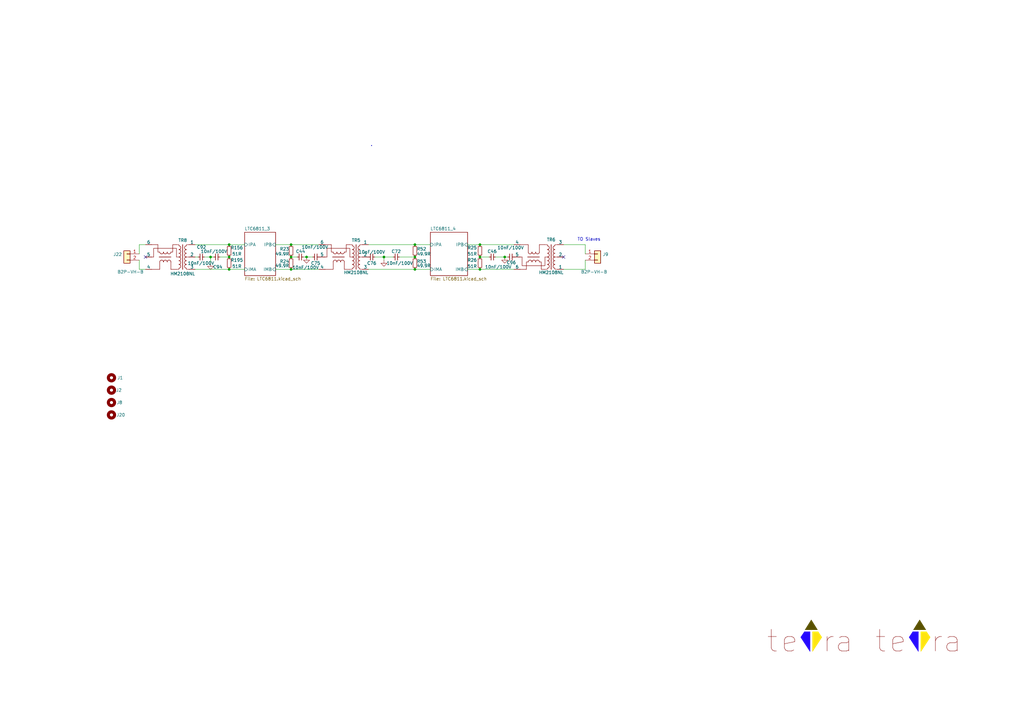
<source format=kicad_sch>
(kicad_sch
	(version 20231120)
	(generator "eeschema")
	(generator_version "8.0")
	(uuid "6a86ff6f-b159-4c4c-8a40-e732cc82e010")
	(paper "A3")
	(title_block
		(title "LTC6811_ESP32_Slaves")
		(date "2024-09-13")
		(rev "V5")
		(company "teTra")
	)
	(lib_symbols
		(symbol "Library:C"
			(pin_numbers hide)
			(pin_names
				(offset 0.254)
			)
			(exclude_from_sim no)
			(in_bom yes)
			(on_board yes)
			(property "Reference" "C"
				(at 0.635 2.54 0)
				(effects
					(font
						(size 1.27 1.27)
					)
					(justify left)
				)
			)
			(property "Value" "C"
				(at 0.635 -2.54 0)
				(effects
					(font
						(size 1.27 1.27)
					)
					(justify left)
				)
			)
			(property "Footprint" ""
				(at 0.9652 -3.81 0)
				(effects
					(font
						(size 1.27 1.27)
					)
					(hide yes)
				)
			)
			(property "Datasheet" "~"
				(at 0 0 0)
				(effects
					(font
						(size 1.27 1.27)
					)
					(hide yes)
				)
			)
			(property "Description" "Unpolarized capacitor"
				(at 0 0 0)
				(effects
					(font
						(size 1.27 1.27)
					)
					(hide yes)
				)
			)
			(property "ki_keywords" "cap capacitor"
				(at 0 0 0)
				(effects
					(font
						(size 1.27 1.27)
					)
					(hide yes)
				)
			)
			(property "ki_fp_filters" "C_*"
				(at 0 0 0)
				(effects
					(font
						(size 1.27 1.27)
					)
					(hide yes)
				)
			)
			(symbol "C_1_1"
				(polyline
					(pts
						(xy -1.27 -0.508) (xy 1.27 -0.508)
					)
					(stroke
						(width 0.254)
						(type default)
					)
					(fill
						(type none)
					)
				)
				(polyline
					(pts
						(xy -1.27 0.508) (xy 1.27 0.508)
					)
					(stroke
						(width 0.254)
						(type default)
					)
					(fill
						(type none)
					)
				)
				(pin passive line
					(at 0 1.27 270)
					(length 0.762)
					(name "~"
						(effects
							(font
								(size 1.27 1.27)
							)
						)
					)
					(number "1"
						(effects
							(font
								(size 1.27 1.27)
							)
						)
					)
				)
				(pin passive line
					(at 0 -1.27 90)
					(length 0.762)
					(name "~"
						(effects
							(font
								(size 1.27 1.27)
							)
						)
					)
					(number "2"
						(effects
							(font
								(size 1.27 1.27)
							)
						)
					)
				)
			)
		)
		(symbol "Library:Conn_01x02"
			(pin_names
				(offset 1.016) hide)
			(exclude_from_sim no)
			(in_bom yes)
			(on_board yes)
			(property "Reference" "J"
				(at 0 2.54 0)
				(effects
					(font
						(size 1.27 1.27)
					)
				)
			)
			(property "Value" "Conn_01x02"
				(at 0 -5.08 0)
				(effects
					(font
						(size 1.27 1.27)
					)
				)
			)
			(property "Footprint" ""
				(at 0 0 0)
				(effects
					(font
						(size 1.27 1.27)
					)
					(hide yes)
				)
			)
			(property "Datasheet" "~"
				(at 0 0 0)
				(effects
					(font
						(size 1.27 1.27)
					)
					(hide yes)
				)
			)
			(property "Description" "Generic connector, single row, 01x02, script generated (kicad-library-utils/schlib/autogen/connector/)"
				(at 0 0 0)
				(effects
					(font
						(size 1.27 1.27)
					)
					(hide yes)
				)
			)
			(property "ki_keywords" "connector"
				(at 0 0 0)
				(effects
					(font
						(size 1.27 1.27)
					)
					(hide yes)
				)
			)
			(property "ki_fp_filters" "Connector*:*_1x??_*"
				(at 0 0 0)
				(effects
					(font
						(size 1.27 1.27)
					)
					(hide yes)
				)
			)
			(symbol "Conn_01x02_1_1"
				(rectangle
					(start -1.27 -2.413)
					(end 0 -2.667)
					(stroke
						(width 0.1524)
						(type default)
					)
					(fill
						(type none)
					)
				)
				(rectangle
					(start -1.27 0.127)
					(end 0 -0.127)
					(stroke
						(width 0.1524)
						(type default)
					)
					(fill
						(type none)
					)
				)
				(rectangle
					(start -1.27 1.27)
					(end 1.27 -3.81)
					(stroke
						(width 0.254)
						(type default)
					)
					(fill
						(type background)
					)
				)
				(pin passive line
					(at -5.08 0 0)
					(length 3.81)
					(name "Pin_1"
						(effects
							(font
								(size 1.27 1.27)
							)
						)
					)
					(number "1"
						(effects
							(font
								(size 1.27 1.27)
							)
						)
					)
				)
				(pin passive line
					(at -5.08 -2.54 0)
					(length 3.81)
					(name "Pin_2"
						(effects
							(font
								(size 1.27 1.27)
							)
						)
					)
					(number "2"
						(effects
							(font
								(size 1.27 1.27)
							)
						)
					)
				)
			)
		)
		(symbol "Library:GND_PACK"
			(power)
			(pin_names
				(offset 0)
			)
			(exclude_from_sim no)
			(in_bom yes)
			(on_board yes)
			(property "Reference" "#PWR"
				(at 0 -6.35 0)
				(effects
					(font
						(size 1.27 1.27)
					)
					(hide yes)
				)
			)
			(property "Value" "GND_PACK"
				(at 0 -3.81 0)
				(effects
					(font
						(size 1.27 1.27)
					)
				)
			)
			(property "Footprint" ""
				(at 0 0 0)
				(effects
					(font
						(size 1.27 1.27)
					)
					(hide yes)
				)
			)
			(property "Datasheet" ""
				(at 0 0 0)
				(effects
					(font
						(size 1.27 1.27)
					)
					(hide yes)
				)
			)
			(property "Description" "Power symbol creates a global label with name \"GND_PACK\" , ground"
				(at 0 0 0)
				(effects
					(font
						(size 1.27 1.27)
					)
					(hide yes)
				)
			)
			(property "ki_keywords" "global power"
				(at 0 0 0)
				(effects
					(font
						(size 1.27 1.27)
					)
					(hide yes)
				)
			)
			(symbol "GND_PACK_0_1"
				(polyline
					(pts
						(xy 0 0) (xy 0 -1.27) (xy 1.27 -1.27) (xy 0 -2.54) (xy -1.27 -1.27) (xy 0 -1.27)
					)
					(stroke
						(width 0)
						(type default)
					)
					(fill
						(type none)
					)
				)
			)
			(symbol "GND_PACK_1_1"
				(pin power_in line
					(at 0 0 270)
					(length 0) hide
					(name "GND_PACK"
						(effects
							(font
								(size 1.27 1.27)
							)
						)
					)
					(number "1"
						(effects
							(font
								(size 1.27 1.27)
							)
						)
					)
				)
			)
		)
		(symbol "Library:HM2108NL"
			(pin_numbers hide)
			(pin_names
				(offset 0)
			)
			(exclude_from_sim no)
			(in_bom yes)
			(on_board yes)
			(property "Reference" "TR"
				(at 0 -13.97 0)
				(effects
					(font
						(size 1.27 1.27)
					)
				)
			)
			(property "Value" "HM2108NL"
				(at -5.08 6.35 0)
				(effects
					(font
						(size 1.27 1.27)
					)
				)
			)
			(property "Footprint" ""
				(at 1.27 -2.54 0)
				(effects
					(font
						(size 1.27 1.27)
					)
					(hide yes)
				)
			)
			(property "Datasheet" ""
				(at 1.27 -2.54 0)
				(effects
					(font
						(size 1.27 1.27)
					)
					(hide yes)
				)
			)
			(property "Description" ""
				(at 0 0 0)
				(effects
					(font
						(size 1.27 1.27)
					)
					(hide yes)
				)
			)
			(symbol "HM2108NL_1_1"
				(arc
					(start -9.398 0.762)
					(mid -8.636 0.0033)
					(end -7.874 0.762)
					(stroke
						(width 0.2032)
						(type solid)
					)
					(fill
						(type none)
					)
				)
				(arc
					(start -7.874 -3.302)
					(mid -8.636 -2.5433)
					(end -9.398 -3.302)
					(stroke
						(width 0.2032)
						(type solid)
					)
					(fill
						(type none)
					)
				)
				(arc
					(start -7.874 0.762)
					(mid -7.112 0.0033)
					(end -6.35 0.762)
					(stroke
						(width 0.2032)
						(type solid)
					)
					(fill
						(type none)
					)
				)
				(arc
					(start -6.35 -3.302)
					(mid -7.112 -2.5433)
					(end -7.874 -3.302)
					(stroke
						(width 0.2032)
						(type solid)
					)
					(fill
						(type none)
					)
				)
				(arc
					(start -6.35 0.762)
					(mid -5.588 0.0033)
					(end -4.826 0.762)
					(stroke
						(width 0.2032)
						(type solid)
					)
					(fill
						(type none)
					)
				)
				(arc
					(start -4.826 -3.302)
					(mid -5.588 -2.5433)
					(end -6.35 -3.302)
					(stroke
						(width 0.2032)
						(type solid)
					)
					(fill
						(type none)
					)
				)
				(arc
					(start -1.524 -5.842)
					(mid -0.7653 -5.08)
					(end -1.524 -4.318)
					(stroke
						(width 0.2032)
						(type solid)
					)
					(fill
						(type none)
					)
				)
				(arc
					(start -1.524 -4.318)
					(mid -0.7653 -3.556)
					(end -1.524 -2.794)
					(stroke
						(width 0.2032)
						(type solid)
					)
					(fill
						(type none)
					)
				)
				(arc
					(start -1.524 -2.794)
					(mid -0.7653 -2.032)
					(end -1.524 -1.27)
					(stroke
						(width 0.2032)
						(type solid)
					)
					(fill
						(type none)
					)
				)
				(arc
					(start -1.524 -1.27)
					(mid -0.7653 -0.508)
					(end -1.524 0.254)
					(stroke
						(width 0.2032)
						(type solid)
					)
					(fill
						(type none)
					)
				)
				(arc
					(start -1.524 0.254)
					(mid -0.7653 1.016)
					(end -1.524 1.778)
					(stroke
						(width 0.2032)
						(type solid)
					)
					(fill
						(type none)
					)
				)
				(arc
					(start -1.524 1.778)
					(mid -0.7653 2.54)
					(end -1.524 3.302)
					(stroke
						(width 0.2032)
						(type solid)
					)
					(fill
						(type none)
					)
				)
				(polyline
					(pts
						(xy -12.7 -1.27) (xy -11.938 -1.27)
					)
					(stroke
						(width 0.1778)
						(type solid)
					)
					(fill
						(type none)
					)
				)
				(polyline
					(pts
						(xy -10.16 -6.35) (xy -12.7 -6.35)
					)
					(stroke
						(width 0.1778)
						(type solid)
					)
					(fill
						(type none)
					)
				)
				(polyline
					(pts
						(xy -9.652 -1.27) (xy -4.826 -1.27)
					)
					(stroke
						(width 0.254)
						(type solid)
					)
					(fill
						(type none)
					)
				)
				(polyline
					(pts
						(xy -4.826 0.762) (xy -4.826 3.81)
					)
					(stroke
						(width 0.1778)
						(type solid)
					)
					(fill
						(type none)
					)
				)
				(polyline
					(pts
						(xy -4.826 3.81) (xy -2.54 3.81)
					)
					(stroke
						(width 0.1778)
						(type solid)
					)
					(fill
						(type none)
					)
				)
				(polyline
					(pts
						(xy 0 -6.35) (xy 0 3.81)
					)
					(stroke
						(width 0.254)
						(type solid)
					)
					(fill
						(type none)
					)
				)
				(polyline
					(pts
						(xy -12.7 3.81) (xy -9.398 3.81) (xy -9.398 0.762)
					)
					(stroke
						(width 0.1778)
						(type solid)
					)
					(fill
						(type none)
					)
				)
				(polyline
					(pts
						(xy -10.16 -6.35) (xy -10.16 -3.302) (xy -9.398 -3.302)
					)
					(stroke
						(width 0.1778)
						(type solid)
					)
					(fill
						(type none)
					)
				)
				(polyline
					(pts
						(xy -1.524 -1.27) (xy -2.54 -1.27) (xy -2.54 -1.27)
					)
					(stroke
						(width 0)
						(type solid)
					)
					(fill
						(type outline)
					)
				)
				(polyline
					(pts
						(xy 1.524 -1.27) (xy 2.54 -1.27) (xy 2.54 -1.27)
					)
					(stroke
						(width 0)
						(type solid)
					)
					(fill
						(type outline)
					)
				)
				(polyline
					(pts
						(xy -4.826 -3.302) (xy -4.064 -3.302) (xy -4.064 -6.35) (xy -2.54 -6.35)
					)
					(stroke
						(width 0.1778)
						(type solid)
					)
					(fill
						(type none)
					)
				)
				(polyline
					(pts
						(xy -2.54 -1.27) (xy -2.54 -4.826) (xy -11.938 -4.826) (xy -11.938 -1.27)
					)
					(stroke
						(width 0.1778)
						(type solid)
					)
					(fill
						(type none)
					)
				)
				(polyline
					(pts
						(xy -1.524 -5.842) (xy -1.524 -6.35) (xy -2.54 -6.35) (xy -2.54 -6.35)
					)
					(stroke
						(width 0)
						(type solid)
					)
					(fill
						(type none)
					)
				)
				(polyline
					(pts
						(xy -1.524 3.302) (xy -1.524 3.81) (xy -2.54 3.81) (xy -2.54 3.81)
					)
					(stroke
						(width 0)
						(type solid)
					)
					(fill
						(type none)
					)
				)
				(polyline
					(pts
						(xy 1.524 -5.842) (xy 1.524 -6.35) (xy 2.54 -6.35) (xy 2.54 -6.35)
					)
					(stroke
						(width 0)
						(type solid)
					)
					(fill
						(type none)
					)
				)
				(polyline
					(pts
						(xy 1.524 3.302) (xy 1.524 3.81) (xy 2.54 3.81) (xy 2.54 3.81)
					)
					(stroke
						(width 0)
						(type solid)
					)
					(fill
						(type none)
					)
				)
				(arc
					(start 1.524 -4.318)
					(mid 0.7653 -5.08)
					(end 1.524 -5.842)
					(stroke
						(width 0.2032)
						(type solid)
					)
					(fill
						(type none)
					)
				)
				(arc
					(start 1.524 -2.794)
					(mid 0.7653 -3.556)
					(end 1.524 -4.318)
					(stroke
						(width 0.2032)
						(type solid)
					)
					(fill
						(type none)
					)
				)
				(arc
					(start 1.524 -1.27)
					(mid 0.7653 -2.032)
					(end 1.524 -2.794)
					(stroke
						(width 0.2032)
						(type solid)
					)
					(fill
						(type none)
					)
				)
				(arc
					(start 1.524 0.254)
					(mid 0.7653 -0.508)
					(end 1.524 -1.27)
					(stroke
						(width 0.2032)
						(type solid)
					)
					(fill
						(type none)
					)
				)
				(arc
					(start 1.524 1.778)
					(mid 0.7653 1.016)
					(end 1.524 0.254)
					(stroke
						(width 0.2032)
						(type solid)
					)
					(fill
						(type none)
					)
				)
				(arc
					(start 1.524 3.302)
					(mid 0.7653 2.54)
					(end 1.524 1.778)
					(stroke
						(width 0.2032)
						(type solid)
					)
					(fill
						(type none)
					)
				)
				(pin passive line
					(at 5.08 -6.35 180)
					(length 2.54)
					(name "1"
						(effects
							(font
								(size 1.27 1.27)
							)
						)
					)
					(number "1"
						(effects
							(font
								(size 1.27 1.27)
							)
						)
					)
				)
				(pin passive line
					(at 5.08 -1.27 180)
					(length 2.54)
					(name "2"
						(effects
							(font
								(size 1.27 1.27)
							)
						)
					)
					(number "2"
						(effects
							(font
								(size 1.27 1.27)
							)
						)
					)
				)
				(pin passive line
					(at 5.08 3.81 180)
					(length 2.54)
					(name "3"
						(effects
							(font
								(size 1.27 1.27)
							)
						)
					)
					(number "3"
						(effects
							(font
								(size 1.27 1.27)
							)
						)
					)
				)
				(pin passive line
					(at -15.24 3.81 0)
					(length 2.54)
					(name "4"
						(effects
							(font
								(size 1.27 1.27)
							)
						)
					)
					(number "4"
						(effects
							(font
								(size 1.27 1.27)
							)
						)
					)
				)
				(pin passive line
					(at -15.24 -1.27 0)
					(length 2.54)
					(name "5"
						(effects
							(font
								(size 1.27 1.27)
							)
						)
					)
					(number "5"
						(effects
							(font
								(size 1.27 1.27)
							)
						)
					)
				)
				(pin passive line
					(at -15.24 -6.35 0)
					(length 2.54)
					(name "6"
						(effects
							(font
								(size 1.27 1.27)
							)
						)
					)
					(number "6"
						(effects
							(font
								(size 1.27 1.27)
							)
						)
					)
				)
			)
		)
		(symbol "Library:Logo_Tetra"
			(exclude_from_sim no)
			(in_bom yes)
			(on_board yes)
			(property "Reference" "U"
				(at -0.762 0 0)
				(effects
					(font
						(size 1.27 1.27)
					)
				)
			)
			(property "Value" ""
				(at -0.762 0 0)
				(effects
					(font
						(size 1.27 1.27)
					)
				)
			)
			(property "Footprint" ""
				(at -0.762 0 0)
				(effects
					(font
						(size 1.27 1.27)
					)
					(hide yes)
				)
			)
			(property "Datasheet" ""
				(at -0.762 0 0)
				(effects
					(font
						(size 1.27 1.27)
					)
					(hide yes)
				)
			)
			(property "Description" ""
				(at -0.762 0 0)
				(effects
					(font
						(size 1.27 1.27)
					)
					(hide yes)
				)
			)
			(symbol "Logo_Tetra_1_1"
				(polyline
					(pts
						(xy 0 7.366) (xy -2.54 3.302) (xy 2.54 3.302) (xy 0 7.366)
					)
					(stroke
						(width 0)
						(type default)
						(color 88 80 0 1)
					)
					(fill
						(type color)
						(color 88 80 0 1)
					)
				)
				(polyline
					(pts
						(xy -0.508 2.54) (xy -2.794 2.54) (xy -4.318 0.254) (xy -0.508 -5.588) (xy -0.508 2.54)
					)
					(stroke
						(width 0)
						(type default)
						(color 38 9 255 1)
					)
					(fill
						(type color)
						(color 38 9 255 1)
					)
				)
				(polyline
					(pts
						(xy 0.508 2.54) (xy 2.794 2.54) (xy 4.318 0.254) (xy 0.508 -5.588) (xy 0.508 2.54)
					)
					(stroke
						(width 0)
						(type default)
						(color 255 228 16 1)
					)
					(fill
						(type color)
						(color 255 228 16 1)
					)
				)
				(text "a"
					(at 13.462 -1.27 0)
					(effects
						(font
							(face "KiCad Font")
							(size 8.89 8.89)
						)
					)
				)
				(text "e"
					(at -8.89 -1.27 0)
					(effects
						(font
							(face "KiCad Font")
							(size 8.89 8.89)
						)
					)
				)
				(text "r"
					(at 7.112 -1.27 0)
					(effects
						(font
							(size 8.89 8.89)
						)
					)
				)
				(text "t"
					(at -16.002 -1.27 0)
					(effects
						(font
							(size 8.89 8.89)
						)
					)
				)
			)
		)
		(symbol "Library:MountingHole"
			(pin_names
				(offset 1.016)
			)
			(exclude_from_sim yes)
			(in_bom no)
			(on_board yes)
			(property "Reference" "H"
				(at 0 5.08 0)
				(effects
					(font
						(size 1.27 1.27)
					)
				)
			)
			(property "Value" "MountingHole"
				(at 0 3.175 0)
				(effects
					(font
						(size 1.27 1.27)
					)
				)
			)
			(property "Footprint" ""
				(at 0 0 0)
				(effects
					(font
						(size 1.27 1.27)
					)
					(hide yes)
				)
			)
			(property "Datasheet" "~"
				(at 0 0 0)
				(effects
					(font
						(size 1.27 1.27)
					)
					(hide yes)
				)
			)
			(property "Description" "Mounting Hole without connection"
				(at 0 0 0)
				(effects
					(font
						(size 1.27 1.27)
					)
					(hide yes)
				)
			)
			(property "ki_keywords" "mounting hole"
				(at 0 0 0)
				(effects
					(font
						(size 1.27 1.27)
					)
					(hide yes)
				)
			)
			(property "ki_fp_filters" "MountingHole*"
				(at 0 0 0)
				(effects
					(font
						(size 1.27 1.27)
					)
					(hide yes)
				)
			)
			(symbol "MountingHole_0_1"
				(circle
					(center 0 0)
					(radius 1.27)
					(stroke
						(width 1.27)
						(type default)
					)
					(fill
						(type none)
					)
				)
			)
		)
		(symbol "Library:R_Small"
			(pin_numbers hide)
			(pin_names
				(offset 0.254) hide)
			(exclude_from_sim no)
			(in_bom yes)
			(on_board yes)
			(property "Reference" "R"
				(at 0.762 0.508 0)
				(effects
					(font
						(size 1.27 1.27)
					)
					(justify left)
				)
			)
			(property "Value" "R_Small"
				(at 0.762 -1.016 0)
				(effects
					(font
						(size 1.27 1.27)
					)
					(justify left)
				)
			)
			(property "Footprint" ""
				(at 0 0 0)
				(effects
					(font
						(size 1.27 1.27)
					)
					(hide yes)
				)
			)
			(property "Datasheet" "~"
				(at 0 0 0)
				(effects
					(font
						(size 1.27 1.27)
					)
					(hide yes)
				)
			)
			(property "Description" "Resistor, small symbol"
				(at 0 0 0)
				(effects
					(font
						(size 1.27 1.27)
					)
					(hide yes)
				)
			)
			(property "ki_keywords" "R resistor"
				(at 0 0 0)
				(effects
					(font
						(size 1.27 1.27)
					)
					(hide yes)
				)
			)
			(property "ki_fp_filters" "R_*"
				(at 0 0 0)
				(effects
					(font
						(size 1.27 1.27)
					)
					(hide yes)
				)
			)
			(symbol "R_Small_0_1"
				(rectangle
					(start -0.762 1.778)
					(end 0.762 -1.778)
					(stroke
						(width 0.2032)
						(type default)
					)
					(fill
						(type none)
					)
				)
			)
			(symbol "R_Small_1_1"
				(pin passive line
					(at 0 2.54 270)
					(length 0.762)
					(name "~"
						(effects
							(font
								(size 1.27 1.27)
							)
						)
					)
					(number "1"
						(effects
							(font
								(size 1.27 1.27)
							)
						)
					)
				)
				(pin passive line
					(at 0 -2.54 90)
					(length 0.762)
					(name "~"
						(effects
							(font
								(size 1.27 1.27)
							)
						)
					)
					(number "2"
						(effects
							(font
								(size 1.27 1.27)
							)
						)
					)
				)
			)
		)
	)
	(junction
		(at 93.98 105.41)
		(diameter 0)
		(color 0 0 0 0)
		(uuid "03a13339-be45-4e5d-8bab-bdcc7d8097bd")
	)
	(junction
		(at 119.38 105.41)
		(diameter 0)
		(color 0 0 0 0)
		(uuid "10645faa-6988-4385-9241-2d5180460d06")
	)
	(junction
		(at 119.38 110.49)
		(diameter 0)
		(color 0 0 0 0)
		(uuid "2005cf1d-890c-48a7-99f3-3cccadec9cdb")
	)
	(junction
		(at 170.18 105.41)
		(diameter 0)
		(color 0 0 0 0)
		(uuid "2c8efeba-32fe-431e-8d96-e80b59ac58ef")
	)
	(junction
		(at 196.85 105.41)
		(diameter 0)
		(color 0 0 0 0)
		(uuid "33e30e45-f4d4-4ecd-99e8-26ff72c87977")
	)
	(junction
		(at 196.85 110.49)
		(diameter 0)
		(color 0 0 0 0)
		(uuid "3458634e-288c-43e5-86c7-15c6a05b5a00")
	)
	(junction
		(at 207.01 105.41)
		(diameter 0)
		(color 0 0 0 0)
		(uuid "594e5e6c-d120-481e-a45d-2b74adfe443e")
	)
	(junction
		(at 86.36 105.41)
		(diameter 0)
		(color 0 0 0 0)
		(uuid "62a7e478-5cab-449e-916f-af37c928232d")
	)
	(junction
		(at 170.18 110.49)
		(diameter 0)
		(color 0 0 0 0)
		(uuid "693012b9-2ea6-4ac9-9ec0-d1f29c3330f8")
	)
	(junction
		(at 157.48 105.41)
		(diameter 0)
		(color 0 0 0 0)
		(uuid "87f48a99-cc59-4e06-b581-a445dc281b57")
	)
	(junction
		(at 119.38 100.33)
		(diameter 0)
		(color 0 0 0 0)
		(uuid "b294a18c-9049-48a1-8bd4-581e1f6f7243")
	)
	(junction
		(at 196.85 100.33)
		(diameter 0)
		(color 0 0 0 0)
		(uuid "bd0e01f7-83ad-469c-a3c5-b7ac11eee802")
	)
	(junction
		(at 125.73 105.41)
		(diameter 0)
		(color 0 0 0 0)
		(uuid "c799244c-a16e-49bf-ace4-1a925298a135")
	)
	(junction
		(at 93.98 100.33)
		(diameter 0)
		(color 0 0 0 0)
		(uuid "d1b07ad8-02ef-4183-8019-f68ec23636c9")
	)
	(junction
		(at 93.98 110.49)
		(diameter 0)
		(color 0 0 0 0)
		(uuid "d2965628-0c19-4973-9f37-6db5fd871b7a")
	)
	(junction
		(at 170.18 100.33)
		(diameter 0)
		(color 0 0 0 0)
		(uuid "f492f8fe-e966-4c8d-8f87-3913db2cb7f3")
	)
	(no_connect
		(at 231.14 105.41)
		(uuid "105ab8df-c14b-4225-85cb-a009401a790d")
	)
	(no_connect
		(at 59.69 105.41)
		(uuid "115c6e8e-0278-4506-aef9-2bd016e7807f")
	)
	(wire
		(pts
			(xy 80.01 105.41) (xy 81.28 105.41)
		)
		(stroke
			(width 0)
			(type default)
		)
		(uuid "0b70001f-510b-4ca2-8c83-143155e4aa0f")
	)
	(wire
		(pts
			(xy 119.38 110.49) (xy 130.81 110.49)
		)
		(stroke
			(width 0)
			(type default)
		)
		(uuid "1677ca97-fbdc-421d-8124-21fce378fcbb")
	)
	(wire
		(pts
			(xy 151.13 110.49) (xy 170.18 110.49)
		)
		(stroke
			(width 0)
			(type default)
		)
		(uuid "17183e82-5feb-4e30-bc9a-1e066dba202e")
	)
	(wire
		(pts
			(xy 203.2 105.41) (xy 207.01 105.41)
		)
		(stroke
			(width 0)
			(type default)
		)
		(uuid "21395b31-8bcf-468c-8f21-d8d29d59e0e5")
	)
	(wire
		(pts
			(xy 151.13 100.33) (xy 170.18 100.33)
		)
		(stroke
			(width 0)
			(type default)
		)
		(uuid "26811d67-1e8f-4c39-b810-a0e99939b3c6")
	)
	(wire
		(pts
			(xy 57.15 100.33) (xy 57.15 104.14)
		)
		(stroke
			(width 0)
			(type default)
		)
		(uuid "2bf0e2e2-a254-4213-947c-ccc2a957536a")
	)
	(wire
		(pts
			(xy 153.67 105.41) (xy 157.48 105.41)
		)
		(stroke
			(width 0)
			(type default)
		)
		(uuid "30264933-d4c3-45a7-9ea8-36d27d7d3fbd")
	)
	(wire
		(pts
			(xy 86.36 105.41) (xy 87.63 105.41)
		)
		(stroke
			(width 0)
			(type default)
		)
		(uuid "3bd28d93-8822-4c8f-9852-8b3a70498af3")
	)
	(wire
		(pts
			(xy 93.98 100.33) (xy 100.33 100.33)
		)
		(stroke
			(width 0)
			(type default)
		)
		(uuid "3d111795-0fb1-40f5-af50-1d0a5edeec62")
	)
	(wire
		(pts
			(xy 80.01 110.49) (xy 93.98 110.49)
		)
		(stroke
			(width 0)
			(type default)
		)
		(uuid "3f44f330-e7ea-4598-b6c8-05d64897c13f")
	)
	(wire
		(pts
			(xy 157.48 105.41) (xy 161.29 105.41)
		)
		(stroke
			(width 0)
			(type default)
		)
		(uuid "41a20778-fd12-454c-9b74-1dd9e0aa62dc")
	)
	(wire
		(pts
			(xy 163.83 105.41) (xy 170.18 105.41)
		)
		(stroke
			(width 0)
			(type default)
		)
		(uuid "5ee47e4b-bad5-4032-b40f-4886c50a9dd4")
	)
	(wire
		(pts
			(xy 157.48 106.68) (xy 157.48 105.41)
		)
		(stroke
			(width 0)
			(type default)
		)
		(uuid "5f1f10a7-3c17-48cc-8988-5f12bf38d184")
	)
	(wire
		(pts
			(xy 196.85 100.33) (xy 210.82 100.33)
		)
		(stroke
			(width 0)
			(type default)
		)
		(uuid "5fccd87d-976b-4ba9-bf16-284b97f48169")
	)
	(wire
		(pts
			(xy 86.36 105.41) (xy 86.36 107.95)
		)
		(stroke
			(width 0)
			(type default)
		)
		(uuid "74668240-bbfa-4542-833e-f444ccf9a00b")
	)
	(wire
		(pts
			(xy 124.46 105.41) (xy 125.73 105.41)
		)
		(stroke
			(width 0)
			(type default)
		)
		(uuid "781dd292-e48d-475b-9ce4-6ee71ade8f81")
	)
	(wire
		(pts
			(xy 231.14 100.33) (xy 240.03 100.33)
		)
		(stroke
			(width 0)
			(type default)
		)
		(uuid "836a6a72-f4f1-4e1b-9fde-0306559b3b99")
	)
	(wire
		(pts
			(xy 90.17 105.41) (xy 93.98 105.41)
		)
		(stroke
			(width 0)
			(type default)
		)
		(uuid "85a1d47f-1780-4e0e-bf9a-eed5f10cf27f")
	)
	(wire
		(pts
			(xy 191.77 110.49) (xy 196.85 110.49)
		)
		(stroke
			(width 0)
			(type default)
		)
		(uuid "85be9129-334b-47a1-b3ba-c84f3ee2be44")
	)
	(wire
		(pts
			(xy 113.03 100.33) (xy 119.38 100.33)
		)
		(stroke
			(width 0)
			(type default)
		)
		(uuid "8622dea2-dcb0-4f14-94ee-0dc05d0e3418")
	)
	(wire
		(pts
			(xy 125.73 105.41) (xy 128.27 105.41)
		)
		(stroke
			(width 0)
			(type default)
		)
		(uuid "8d3d73b3-95d0-4c67-9f39-479b58433f73")
	)
	(wire
		(pts
			(xy 119.38 100.33) (xy 130.81 100.33)
		)
		(stroke
			(width 0)
			(type default)
		)
		(uuid "939e4da0-68ca-4561-b93e-1241a2dcb4f8")
	)
	(wire
		(pts
			(xy 207.01 105.41) (xy 208.28 105.41)
		)
		(stroke
			(width 0)
			(type default)
		)
		(uuid "9700ce6b-847b-4921-93c4-f22fa63ec09c")
	)
	(wire
		(pts
			(xy 240.03 110.49) (xy 240.03 106.68)
		)
		(stroke
			(width 0)
			(type default)
		)
		(uuid "97a8f17e-43db-426e-bcfb-ad91a30e95a1")
	)
	(wire
		(pts
			(xy 196.85 105.41) (xy 200.66 105.41)
		)
		(stroke
			(width 0)
			(type default)
		)
		(uuid "9c6dd3ef-23f4-4c4d-aada-788bbd1a896d")
	)
	(wire
		(pts
			(xy 113.03 110.49) (xy 119.38 110.49)
		)
		(stroke
			(width 0)
			(type default)
		)
		(uuid "a5a67dbb-cf0d-4d09-b525-b68bf49a3fa2")
	)
	(wire
		(pts
			(xy 191.77 100.33) (xy 196.85 100.33)
		)
		(stroke
			(width 0)
			(type default)
		)
		(uuid "a992bda7-24d7-4b22-95e5-6e60167c62ef")
	)
	(wire
		(pts
			(xy 196.85 110.49) (xy 210.82 110.49)
		)
		(stroke
			(width 0)
			(type default)
		)
		(uuid "b4a10d4f-dfff-4fc8-a313-9895e519c9d7")
	)
	(wire
		(pts
			(xy 170.18 110.49) (xy 176.53 110.49)
		)
		(stroke
			(width 0)
			(type default)
		)
		(uuid "b59207b0-85da-44dd-a6fc-9bdca8664d40")
	)
	(wire
		(pts
			(xy 93.98 110.49) (xy 100.33 110.49)
		)
		(stroke
			(width 0)
			(type default)
		)
		(uuid "b616e08b-a7b9-41f0-b329-c89f65f850c9")
	)
	(wire
		(pts
			(xy 119.38 105.41) (xy 121.92 105.41)
		)
		(stroke
			(width 0)
			(type default)
		)
		(uuid "c0d84097-1fd8-493d-96bc-575179879518")
	)
	(wire
		(pts
			(xy 170.18 100.33) (xy 176.53 100.33)
		)
		(stroke
			(width 0)
			(type default)
		)
		(uuid "c9c2f796-79b6-4c2f-aac2-7bbe1db85304")
	)
	(wire
		(pts
			(xy 240.03 100.33) (xy 240.03 104.14)
		)
		(stroke
			(width 0)
			(type default)
		)
		(uuid "cdc58c27-385a-4a91-819a-cbddf742d656")
	)
	(wire
		(pts
			(xy 80.01 100.33) (xy 93.98 100.33)
		)
		(stroke
			(width 0)
			(type default)
		)
		(uuid "cfde59ca-cdc8-4048-aa2c-b973d38cfea9")
	)
	(wire
		(pts
			(xy 57.15 100.33) (xy 59.69 100.33)
		)
		(stroke
			(width 0)
			(type default)
		)
		(uuid "d5501844-29b4-46ae-ad52-5e996beb488f")
	)
	(wire
		(pts
			(xy 231.14 110.49) (xy 240.03 110.49)
		)
		(stroke
			(width 0)
			(type default)
		)
		(uuid "db05cdbb-f213-432e-9180-f0ef70cade29")
	)
	(wire
		(pts
			(xy 57.15 110.49) (xy 59.69 110.49)
		)
		(stroke
			(width 0)
			(type default)
		)
		(uuid "db1de209-4bdc-48af-97be-af004f741ec6")
	)
	(wire
		(pts
			(xy 57.15 106.68) (xy 57.15 110.49)
		)
		(stroke
			(width 0)
			(type default)
		)
		(uuid "e3ed6438-6be6-4fd2-9f3a-ca0db61d7761")
	)
	(wire
		(pts
			(xy 83.82 105.41) (xy 86.36 105.41)
		)
		(stroke
			(width 0)
			(type default)
		)
		(uuid "f4e53cdc-3adf-4916-a48a-49d974f4d82c")
	)
	(rectangle
		(start 152.4 59.69)
		(end 152.4 59.69)
		(stroke
			(width 0)
			(type default)
		)
		(fill
			(type none)
		)
		(uuid 16ed3026-92db-43e4-94ce-cb9942d539a9)
	)
	(rectangle
		(start 152.4 59.69)
		(end 152.4 59.69)
		(stroke
			(width 0)
			(type default)
		)
		(fill
			(type none)
		)
		(uuid 223aa8e8-e165-46dc-8004-d0f7a65ecba6)
	)
	(rectangle
		(start 152.4 59.69)
		(end 152.4 59.69)
		(stroke
			(width 0)
			(type default)
		)
		(fill
			(type none)
		)
		(uuid 2fcede93-9de7-495d-a723-2d73c73c7b6f)
	)
	(rectangle
		(start 152.4 59.69)
		(end 152.4 59.69)
		(stroke
			(width 0)
			(type default)
		)
		(fill
			(type none)
		)
		(uuid 5fbfa526-c30f-47f6-8144-7f30cec9d859)
	)
	(rectangle
		(start 152.4 59.69)
		(end 152.4 59.69)
		(stroke
			(width 0)
			(type default)
		)
		(fill
			(type none)
		)
		(uuid 6417f53f-a88b-4d4d-99b7-072470c6c0a0)
	)
	(rectangle
		(start 152.4 59.69)
		(end 152.4 59.69)
		(stroke
			(width 0)
			(type default)
		)
		(fill
			(type none)
		)
		(uuid 761ccd63-a067-48de-bb96-f182215cb15d)
	)
	(rectangle
		(start 152.4 59.69)
		(end 152.4 59.69)
		(stroke
			(width 0)
			(type default)
		)
		(fill
			(type none)
		)
		(uuid 7833effb-1ef3-4514-9423-6ce15b0e7601)
	)
	(rectangle
		(start 152.4 59.69)
		(end 152.4 59.69)
		(stroke
			(width 0)
			(type default)
		)
		(fill
			(type none)
		)
		(uuid 84c90483-45a3-4739-b73e-9c011eb5a6b3)
	)
	(rectangle
		(start 152.4 59.69)
		(end 152.4 59.69)
		(stroke
			(width 0)
			(type default)
		)
		(fill
			(type none)
		)
		(uuid a44f9e23-e56b-46ab-98e0-a509f1df9112)
	)
	(rectangle
		(start 152.4 59.69)
		(end 152.4 59.69)
		(stroke
			(width 0)
			(type default)
		)
		(fill
			(type none)
		)
		(uuid a6c3c0d5-36dd-4850-b1a5-9e9d33dbee96)
	)
	(rectangle
		(start 152.4 59.69)
		(end 152.4 59.69)
		(stroke
			(width 0)
			(type default)
		)
		(fill
			(type none)
		)
		(uuid cc05d2e2-b228-431e-bdc0-e0860c04d0cb)
	)
	(rectangle
		(start 152.4 59.69)
		(end 152.4 59.69)
		(stroke
			(width 0)
			(type default)
		)
		(fill
			(type none)
		)
		(uuid d8735071-f685-4511-9a51-ec1dbf78025d)
	)
	(rectangle
		(start 152.4 59.69)
		(end 152.4 59.69)
		(stroke
			(width 0)
			(type default)
		)
		(fill
			(type none)
		)
		(uuid ea6bb95e-e93f-4e24-b732-f58cac2dd5b5)
	)
	(rectangle
		(start 152.4 59.69)
		(end 152.4 59.69)
		(stroke
			(width 0)
			(type default)
		)
		(fill
			(type none)
		)
		(uuid ec13c14f-f372-47c6-8a1b-793204123c6b)
	)
	(rectangle
		(start 152.4 59.69)
		(end 152.4 59.69)
		(stroke
			(width 0)
			(type default)
		)
		(fill
			(type none)
		)
		(uuid ef661221-3ee0-456b-8605-67b88b2feaa8)
	)
	(rectangle
		(start 152.4 59.69)
		(end 152.4 59.69)
		(stroke
			(width 0)
			(type default)
		)
		(fill
			(type none)
		)
		(uuid fd9b1398-e4ca-40d7-b486-76ff1cab045d)
	)
	(text "TO Slaves"
		(exclude_from_sim no)
		(at 241.554 98.298 0)
		(effects
			(font
				(size 1.27 1.27)
			)
		)
		(uuid "b8dff7ab-49e9-43cf-889a-b922fb9c0d6f")
	)
	(symbol
		(lib_id "Library:R_Small")
		(at 170.18 107.95 0)
		(mirror x)
		(unit 1)
		(exclude_from_sim no)
		(in_bom yes)
		(on_board yes)
		(dnp no)
		(uuid "211f71d3-3ef9-487b-9f78-d83fb997c28f")
		(property "Reference" "R53"
			(at 170.942 107.188 0)
			(effects
				(font
					(size 1.27 1.27)
				)
				(justify left)
			)
		)
		(property "Value" "49.9R"
			(at 170.942 108.966 0)
			(effects
				(font
					(size 1.27 1.27)
				)
				(justify left)
			)
		)
		(property "Footprint" "Library:R_0603_1608Metric"
			(at 170.18 107.95 0)
			(effects
				(font
					(size 1.27 1.27)
				)
				(hide yes)
			)
		)
		(property "Datasheet" "https://industrial.panasonic.com/cdbs/www-data/pdf/RDA0000/AOA0000C304.pdf"
			(at 170.18 107.95 0)
			(effects
				(font
					(size 1.27 1.27)
				)
				(hide yes)
			)
		)
		(property "Description" "49.9 Ohms ±1% 0.1W, 1/10W Chip Resistor 0603 (1608 Metric) Automotive AEC-Q200 Thick Film"
			(at 170.18 107.95 0)
			(effects
				(font
					(size 1.27 1.27)
				)
				(hide yes)
			)
		)
		(property "Link" "https://www.digikey.jp/en/products/detail/panasonic-electronic-components/ERJ-3EKF49R9V/196378"
			(at 170.18 107.95 0)
			(effects
				(font
					(size 1.27 1.27)
				)
				(hide yes)
			)
		)
		(property "MPN" "ERJ-3EKF49R9V"
			(at 170.18 107.95 0)
			(effects
				(font
					(size 1.27 1.27)
				)
				(hide yes)
			)
		)
		(pin "1"
			(uuid "70044ceb-d0e1-4344-8ec4-378594222a1a")
		)
		(pin "2"
			(uuid "bd2f8f1e-84ff-49f6-b5b8-b1194e607ac1")
		)
		(instances
			(project "LTC6811_ESP32_V5_Slaves"
				(path "/6a86ff6f-b159-4c4c-8a40-e732cc82e010"
					(reference "R53")
					(unit 1)
				)
			)
		)
	)
	(symbol
		(lib_id "Library:C")
		(at 123.19 105.41 90)
		(unit 1)
		(exclude_from_sim no)
		(in_bom yes)
		(on_board yes)
		(dnp no)
		(uuid "286128e4-d03a-4bed-bd1b-7f42b239eada")
		(property "Reference" "C44"
			(at 125.222 103.124 90)
			(effects
				(font
					(size 1.27 1.27)
				)
				(justify left)
			)
		)
		(property "Value" "10nF/100V"
			(at 130.81 109.728 90)
			(effects
				(font
					(size 1.27 1.27)
				)
				(justify left)
			)
		)
		(property "Footprint" "Library:C_0603_1608Metric"
			(at 127 104.4448 0)
			(effects
				(font
					(size 1.27 1.27)
				)
				(hide yes)
			)
		)
		(property "Datasheet" "https://content.kemet.com/datasheets/KEM_X7R_FT_VW_AUDI.pdf"
			(at 123.19 105.41 0)
			(effects
				(font
					(size 1.27 1.27)
				)
				(hide yes)
			)
		)
		(property "Description" "10000 pF ±10% 100V Ceramic Capacitor X7R 0603 (1608 Metric)"
			(at 123.19 105.41 0)
			(effects
				(font
					(size 1.27 1.27)
				)
				(hide yes)
			)
		)
		(property "MPN" "C0603X103K1RAC3316"
			(at 123.19 105.41 0)
			(effects
				(font
					(size 1.27 1.27)
				)
				(hide yes)
			)
		)
		(property "Link" "https://www.digikey.jp/en/products/detail/kemet/C0603X103K1RAC3316/10315782"
			(at 123.19 105.41 0)
			(effects
				(font
					(size 1.27 1.27)
				)
				(hide yes)
			)
		)
		(pin "1"
			(uuid "8a31db66-e897-4b06-97fc-c2d680c0188f")
		)
		(pin "2"
			(uuid "3b0ad1f9-2272-4541-93c4-85495cd1bdd3")
		)
		(instances
			(project "LTC6811_ESP32_V5_Slaves"
				(path "/6a86ff6f-b159-4c4c-8a40-e732cc82e010"
					(reference "C44")
					(unit 1)
				)
			)
		)
	)
	(symbol
		(lib_id "Library:R_Small")
		(at 170.18 102.87 0)
		(mirror x)
		(unit 1)
		(exclude_from_sim no)
		(in_bom yes)
		(on_board yes)
		(dnp no)
		(uuid "2cf9988a-1fd7-42b0-afbf-303c233c1429")
		(property "Reference" "R52"
			(at 170.942 102.108 0)
			(effects
				(font
					(size 1.27 1.27)
				)
				(justify left)
			)
		)
		(property "Value" "49.9R"
			(at 170.942 104.14 0)
			(effects
				(font
					(size 1.27 1.27)
				)
				(justify left)
			)
		)
		(property "Footprint" "Library:R_0603_1608Metric"
			(at 170.18 102.87 0)
			(effects
				(font
					(size 1.27 1.27)
				)
				(hide yes)
			)
		)
		(property "Datasheet" "https://industrial.panasonic.com/cdbs/www-data/pdf/RDA0000/AOA0000C304.pdf"
			(at 170.18 102.87 0)
			(effects
				(font
					(size 1.27 1.27)
				)
				(hide yes)
			)
		)
		(property "Description" "49.9 Ohms ±1% 0.1W, 1/10W Chip Resistor 0603 (1608 Metric) Automotive AEC-Q200 Thick Film"
			(at 170.18 102.87 0)
			(effects
				(font
					(size 1.27 1.27)
				)
				(hide yes)
			)
		)
		(property "Link" "https://www.digikey.jp/en/products/detail/panasonic-electronic-components/ERJ-3EKF49R9V/196378"
			(at 170.18 102.87 0)
			(effects
				(font
					(size 1.27 1.27)
				)
				(hide yes)
			)
		)
		(property "MPN" "ERJ-3EKF49R9V"
			(at 170.18 102.87 0)
			(effects
				(font
					(size 1.27 1.27)
				)
				(hide yes)
			)
		)
		(pin "1"
			(uuid "67ec6b5f-2c0f-4a1e-8311-8c3b007c7fe0")
		)
		(pin "2"
			(uuid "973435bb-3235-444f-94a0-2dd30978e301")
		)
		(instances
			(project "LTC6811_ESP32_V5_Slaves"
				(path "/6a86ff6f-b159-4c4c-8a40-e732cc82e010"
					(reference "R52")
					(unit 1)
				)
			)
		)
	)
	(symbol
		(lib_id "Library:MountingHole")
		(at 45.72 170.18 180)
		(unit 1)
		(exclude_from_sim yes)
		(in_bom no)
		(on_board yes)
		(dnp no)
		(uuid "3193aaf2-deb7-49f4-94da-da886ed6612e")
		(property "Reference" "J20"
			(at 49.53 170.18 0)
			(effects
				(font
					(size 1.27 1.27)
				)
			)
		)
		(property "Value" "Hole /NC"
			(at 47.8028 166.7764 0)
			(effects
				(font
					(size 1.27 1.27)
				)
				(hide yes)
			)
		)
		(property "Footprint" "Library:MountingHole_3.2mm_M3_ISO7380"
			(at 45.72 170.18 0)
			(effects
				(font
					(size 1.27 1.27)
				)
				(hide yes)
			)
		)
		(property "Datasheet" "~"
			(at 45.72 170.18 0)
			(effects
				(font
					(size 1.27 1.27)
				)
				(hide yes)
			)
		)
		(property "Description" "Mounting Hole without connection"
			(at 45.72 170.18 0)
			(effects
				(font
					(size 1.27 1.27)
				)
				(hide yes)
			)
		)
		(property "MPN" "N/A"
			(at 45.72 170.18 0)
			(effects
				(font
					(size 1.27 1.27)
				)
				(hide yes)
			)
		)
		(instances
			(project "LTC6811_ESP32_V5_Slaves"
				(path "/6a86ff6f-b159-4c4c-8a40-e732cc82e010"
					(reference "J20")
					(unit 1)
				)
			)
		)
	)
	(symbol
		(lib_id "Library:R_Small")
		(at 119.38 102.87 180)
		(unit 1)
		(exclude_from_sim no)
		(in_bom yes)
		(on_board yes)
		(dnp no)
		(uuid "325c77de-8f1b-461a-90d3-640d52003019")
		(property "Reference" "R23"
			(at 118.618 102.108 0)
			(effects
				(font
					(size 1.27 1.27)
				)
				(justify left)
			)
		)
		(property "Value" "49.9R"
			(at 118.618 104.14 0)
			(effects
				(font
					(size 1.27 1.27)
				)
				(justify left)
			)
		)
		(property "Footprint" "Library:R_0603_1608Metric"
			(at 119.38 102.87 0)
			(effects
				(font
					(size 1.27 1.27)
				)
				(hide yes)
			)
		)
		(property "Datasheet" "https://industrial.panasonic.com/cdbs/www-data/pdf/RDA0000/AOA0000C304.pdf"
			(at 119.38 102.87 0)
			(effects
				(font
					(size 1.27 1.27)
				)
				(hide yes)
			)
		)
		(property "Description" "49.9 Ohms ±1% 0.1W, 1/10W Chip Resistor 0603 (1608 Metric) Automotive AEC-Q200 Thick Film"
			(at 119.38 102.87 0)
			(effects
				(font
					(size 1.27 1.27)
				)
				(hide yes)
			)
		)
		(property "Link" "https://www.digikey.jp/en/products/detail/panasonic-electronic-components/ERJ-3EKF49R9V/196378"
			(at 119.38 102.87 0)
			(effects
				(font
					(size 1.27 1.27)
				)
				(hide yes)
			)
		)
		(property "MPN" "ERJ-3EKF49R9V"
			(at 119.38 102.87 0)
			(effects
				(font
					(size 1.27 1.27)
				)
				(hide yes)
			)
		)
		(pin "1"
			(uuid "d78cfdb1-028e-4dca-b5d7-c7125d6df6ab")
		)
		(pin "2"
			(uuid "863da8b5-2465-466e-809d-f9179450ee55")
		)
		(instances
			(project "LTC6811_ESP32_V5_Slaves"
				(path "/6a86ff6f-b159-4c4c-8a40-e732cc82e010"
					(reference "R23")
					(unit 1)
				)
			)
		)
	)
	(symbol
		(lib_id "Library:R_Small")
		(at 93.98 102.87 180)
		(unit 1)
		(exclude_from_sim no)
		(in_bom yes)
		(on_board yes)
		(dnp no)
		(uuid "3b7075ad-97ad-419a-91fc-3bd9217e1354")
		(property "Reference" "R156"
			(at 97.155 101.6 0)
			(effects
				(font
					(size 1.27 1.27)
				)
			)
		)
		(property "Value" "51R"
			(at 97.155 104.14 0)
			(effects
				(font
					(size 1.27 1.27)
				)
			)
		)
		(property "Footprint" "Library:R_0603_1608Metric"
			(at 95.758 102.87 90)
			(effects
				(font
					(size 1.27 1.27)
				)
				(hide yes)
			)
		)
		(property "Datasheet" "https://www.yageo.com/upload/media/product/productsearch/datasheet/rchip/PYu-RC_Group_51_RoHS_L_12.pdf"
			(at 93.98 102.87 0)
			(effects
				(font
					(size 1.27 1.27)
				)
				(hide yes)
			)
		)
		(property "Description" "51 Ohms ±5% 0.1W, 1/10W Chip Resistor 0603 (1608 Metric) Moisture Resistant Thick Film"
			(at 93.98 102.87 0)
			(effects
				(font
					(size 1.27 1.27)
				)
				(hide yes)
			)
		)
		(property "MPN" "RC0603JR-0751RL"
			(at 93.98 102.87 0)
			(effects
				(font
					(size 1.27 1.27)
				)
				(hide yes)
			)
		)
		(property "Link" "https://www.digikey.jp/en/products/detail/yageo/RC0603JR-0751RL/726803?s=N4IgTCBcDaIEoGEAMA2JBmAUnAtEg7AKwCMcAMiALoC%2BQA"
			(at 93.98 102.87 0)
			(effects
				(font
					(size 1.27 1.27)
				)
				(hide yes)
			)
		)
		(pin "1"
			(uuid "c18bd6fd-2734-4657-bf6e-edec279069db")
		)
		(pin "2"
			(uuid "ac7d52f3-a879-40c0-93c0-dc4d82ba832b")
		)
		(instances
			(project "LTC6811_ESP32_V5_Slaves"
				(path "/6a86ff6f-b159-4c4c-8a40-e732cc82e010"
					(reference "R156")
					(unit 1)
				)
			)
		)
	)
	(symbol
		(lib_id "Library:GND_PACK")
		(at 86.36 107.95 0)
		(mirror y)
		(unit 1)
		(exclude_from_sim no)
		(in_bom yes)
		(on_board yes)
		(dnp no)
		(fields_autoplaced yes)
		(uuid "5513ffce-0523-4a5a-ae85-bd61b943a900")
		(property "Reference" "#PWR04"
			(at 86.36 114.3 0)
			(effects
				(font
					(size 1.27 1.27)
				)
				(hide yes)
			)
		)
		(property "Value" "GND_PACK"
			(at 86.36 112.395 0)
			(effects
				(font
					(size 1.27 1.27)
				)
				(hide yes)
			)
		)
		(property "Footprint" ""
			(at 86.36 107.95 0)
			(effects
				(font
					(size 1.27 1.27)
				)
				(hide yes)
			)
		)
		(property "Datasheet" ""
			(at 86.36 107.95 0)
			(effects
				(font
					(size 1.27 1.27)
				)
				(hide yes)
			)
		)
		(property "Description" "Power symbol creates a global label with name \"GND_PACK\" , ground"
			(at 86.36 107.95 0)
			(effects
				(font
					(size 1.27 1.27)
				)
				(hide yes)
			)
		)
		(pin "1"
			(uuid "21f4e35d-d37f-4555-a26b-31917fed47cd")
		)
		(instances
			(project "LTC6811_ESP32_V5_Slaves"
				(path "/6a86ff6f-b159-4c4c-8a40-e732cc82e010"
					(reference "#PWR04")
					(unit 1)
				)
			)
		)
	)
	(symbol
		(lib_id "Library:C")
		(at 201.93 105.41 270)
		(mirror x)
		(unit 1)
		(exclude_from_sim no)
		(in_bom yes)
		(on_board yes)
		(dnp no)
		(uuid "5d6ce60b-11a6-4df5-83a5-ce13aef9da12")
		(property "Reference" "C46"
			(at 199.898 103.124 90)
			(effects
				(font
					(size 1.27 1.27)
				)
				(justify left)
			)
		)
		(property "Value" "10nF/100V"
			(at 198.882 109.474 90)
			(effects
				(font
					(size 1.27 1.27)
				)
				(justify left)
			)
		)
		(property "Footprint" "Library:C_0603_1608Metric"
			(at 198.12 104.4448 0)
			(effects
				(font
					(size 1.27 1.27)
				)
				(hide yes)
			)
		)
		(property "Datasheet" "https://content.kemet.com/datasheets/KEM_X7R_FT_VW_AUDI.pdf"
			(at 201.93 105.41 0)
			(effects
				(font
					(size 1.27 1.27)
				)
				(hide yes)
			)
		)
		(property "Description" "10000 pF ±10% 100V Ceramic Capacitor X7R 0603 (1608 Metric)"
			(at 201.93 105.41 0)
			(effects
				(font
					(size 1.27 1.27)
				)
				(hide yes)
			)
		)
		(property "MPN" "C0603X103K1RAC3316"
			(at 201.93 105.41 0)
			(effects
				(font
					(size 1.27 1.27)
				)
				(hide yes)
			)
		)
		(property "Link" "https://www.digikey.jp/en/products/detail/kemet/C0603X103K1RAC3316/10315782"
			(at 201.93 105.41 0)
			(effects
				(font
					(size 1.27 1.27)
				)
				(hide yes)
			)
		)
		(pin "1"
			(uuid "fd614421-ce2f-489b-99d6-052f99a48e99")
		)
		(pin "2"
			(uuid "a8d5f304-1e23-4bc3-9ea2-1f4c24cc9ab6")
		)
		(instances
			(project "LTC6811_ESP32_V5_Slaves"
				(path "/6a86ff6f-b159-4c4c-8a40-e732cc82e010"
					(reference "C46")
					(unit 1)
				)
			)
		)
	)
	(symbol
		(lib_id "Library:MountingHole")
		(at 45.72 154.94 180)
		(unit 1)
		(exclude_from_sim yes)
		(in_bom no)
		(on_board yes)
		(dnp no)
		(uuid "5fddff27-94d7-47aa-bb20-ee0872c615f1")
		(property "Reference" "J1"
			(at 49.276 154.94 0)
			(effects
				(font
					(size 1.27 1.27)
				)
			)
		)
		(property "Value" "Hole /NC"
			(at 47.8028 151.5364 0)
			(effects
				(font
					(size 1.27 1.27)
				)
				(hide yes)
			)
		)
		(property "Footprint" "Library:MountingHole_3.2mm_M3_ISO7380"
			(at 45.72 154.94 0)
			(effects
				(font
					(size 1.27 1.27)
				)
				(hide yes)
			)
		)
		(property "Datasheet" "~"
			(at 45.72 154.94 0)
			(effects
				(font
					(size 1.27 1.27)
				)
				(hide yes)
			)
		)
		(property "Description" "Mounting Hole without connection"
			(at 45.72 154.94 0)
			(effects
				(font
					(size 1.27 1.27)
				)
				(hide yes)
			)
		)
		(property "MPN" "N/A"
			(at 45.72 154.94 0)
			(effects
				(font
					(size 1.27 1.27)
				)
				(hide yes)
			)
		)
		(instances
			(project "LTC6811_ESP32_V5_Slaves"
				(path "/6a86ff6f-b159-4c4c-8a40-e732cc82e010"
					(reference "J1")
					(unit 1)
				)
			)
		)
	)
	(symbol
		(lib_id "Library:HM2108NL")
		(at 146.05 106.68 0)
		(mirror x)
		(unit 1)
		(exclude_from_sim no)
		(in_bom yes)
		(on_board yes)
		(dnp no)
		(uuid "6192a3f0-3441-4079-a0c2-6681222ab07b")
		(property "Reference" "TR5"
			(at 146.05 98.552 0)
			(effects
				(font
					(size 1.27 1.27)
				)
			)
		)
		(property "Value" "HM2108NL"
			(at 146.05 111.76 0)
			(effects
				(font
					(size 1.27 1.27)
				)
			)
		)
		(property "Footprint" "Library:HM2108NL"
			(at 147.32 104.14 0)
			(effects
				(font
					(size 1.27 1.27)
				)
				(hide yes)
			)
		)
		(property "Datasheet" "https://productfinder.pulseelectronics.com/api/open/part-attachments/datasheet/HM2108NL"
			(at 147.32 104.14 0)
			(effects
				(font
					(size 1.27 1.27)
				)
				(hide yes)
			)
		)
		(property "Description" "135µH Pulse Transformer Surface Mount"
			(at 146.05 106.68 0)
			(effects
				(font
					(size 1.27 1.27)
				)
				(hide yes)
			)
		)
		(property "MPN" "HM2108NL"
			(at 146.05 106.68 0)
			(effects
				(font
					(size 1.27 1.27)
				)
				(hide yes)
			)
		)
		(property "Link" "https://www.digikey.jp/en/products/detail/pulse-electronics/HM2108NL/7914611"
			(at 146.05 106.68 0)
			(effects
				(font
					(size 1.27 1.27)
				)
				(hide yes)
			)
		)
		(pin "1"
			(uuid "5cad31c7-88da-419e-821a-c6ca816a5c14")
		)
		(pin "2"
			(uuid "6256c3f3-d869-4b13-a314-7c26b9525d1b")
		)
		(pin "3"
			(uuid "3b48b21d-0a28-491c-bb6a-11f5c06e7960")
		)
		(pin "4"
			(uuid "59c46df0-b639-4b9d-b276-b6a56f5654e6")
		)
		(pin "5"
			(uuid "d8ca5c04-1e16-47ef-a7c8-581cb6f43832")
		)
		(pin "6"
			(uuid "5e96e878-02a8-4c3f-a345-76c47dd7613b")
		)
		(instances
			(project "LTC6811_ESP32_V5_Slaves"
				(path "/6a86ff6f-b159-4c4c-8a40-e732cc82e010"
					(reference "TR5")
					(unit 1)
				)
			)
		)
	)
	(symbol
		(lib_id "Library:R_Small")
		(at 93.98 107.95 180)
		(unit 1)
		(exclude_from_sim no)
		(in_bom yes)
		(on_board yes)
		(dnp no)
		(uuid "68c2a80d-df79-477d-8197-c688751b3ca2")
		(property "Reference" "R195"
			(at 97.155 106.68 0)
			(effects
				(font
					(size 1.27 1.27)
				)
			)
		)
		(property "Value" "51R"
			(at 97.155 109.22 0)
			(effects
				(font
					(size 1.27 1.27)
				)
			)
		)
		(property "Footprint" "Library:R_0603_1608Metric"
			(at 95.758 107.95 90)
			(effects
				(font
					(size 1.27 1.27)
				)
				(hide yes)
			)
		)
		(property "Datasheet" "https://www.yageo.com/upload/media/product/productsearch/datasheet/rchip/PYu-RC_Group_51_RoHS_L_12.pdf"
			(at 93.98 107.95 0)
			(effects
				(font
					(size 1.27 1.27)
				)
				(hide yes)
			)
		)
		(property "Description" "51 Ohms ±5% 0.1W, 1/10W Chip Resistor 0603 (1608 Metric) Moisture Resistant Thick Film"
			(at 93.98 107.95 0)
			(effects
				(font
					(size 1.27 1.27)
				)
				(hide yes)
			)
		)
		(property "MPN" "RC0603JR-0751RL"
			(at 93.98 107.95 0)
			(effects
				(font
					(size 1.27 1.27)
				)
				(hide yes)
			)
		)
		(property "Link" "https://www.digikey.jp/en/products/detail/yageo/RC0603JR-0751RL/726803?s=N4IgTCBcDaIEoGEAMA2JBmAUnAtEg7AKwCMcAMiALoC%2BQA"
			(at 93.98 107.95 0)
			(effects
				(font
					(size 1.27 1.27)
				)
				(hide yes)
			)
		)
		(pin "1"
			(uuid "d8ef74f7-f994-4c98-b5b2-1f3ec3988ad6")
		)
		(pin "2"
			(uuid "d37a7717-4caf-4b1a-99de-92cdff56fff0")
		)
		(instances
			(project "LTC6811_ESP32_V5_Slaves"
				(path "/6a86ff6f-b159-4c4c-8a40-e732cc82e010"
					(reference "R195")
					(unit 1)
				)
			)
		)
	)
	(symbol
		(lib_id "Library:R_Small")
		(at 196.85 107.95 0)
		(mirror x)
		(unit 1)
		(exclude_from_sim no)
		(in_bom yes)
		(on_board yes)
		(dnp no)
		(uuid "6b4d7bee-c004-4223-949a-ae068e024562")
		(property "Reference" "R26"
			(at 193.675 106.68 0)
			(effects
				(font
					(size 1.27 1.27)
				)
			)
		)
		(property "Value" "51R"
			(at 193.675 109.22 0)
			(effects
				(font
					(size 1.27 1.27)
				)
			)
		)
		(property "Footprint" "Library:R_0603_1608Metric"
			(at 195.072 107.95 90)
			(effects
				(font
					(size 1.27 1.27)
				)
				(hide yes)
			)
		)
		(property "Datasheet" "https://www.yageo.com/upload/media/product/productsearch/datasheet/rchip/PYu-RC_Group_51_RoHS_L_12.pdf"
			(at 196.85 107.95 0)
			(effects
				(font
					(size 1.27 1.27)
				)
				(hide yes)
			)
		)
		(property "Description" "51 Ohms ±5% 0.1W, 1/10W Chip Resistor 0603 (1608 Metric) Moisture Resistant Thick Film"
			(at 196.85 107.95 0)
			(effects
				(font
					(size 1.27 1.27)
				)
				(hide yes)
			)
		)
		(property "MPN" "RC0603JR-0751RL"
			(at 196.85 107.95 0)
			(effects
				(font
					(size 1.27 1.27)
				)
				(hide yes)
			)
		)
		(property "Link" "https://www.digikey.jp/en/products/detail/yageo/RC0603JR-0751RL/726803?s=N4IgTCBcDaIEoGEAMA2JBmAUnAtEg7AKwCMcAMiALoC%2BQA"
			(at 196.85 107.95 0)
			(effects
				(font
					(size 1.27 1.27)
				)
				(hide yes)
			)
		)
		(pin "1"
			(uuid "f62d9f70-f9c6-44b8-864e-c0b347a725f8")
		)
		(pin "2"
			(uuid "fda1cc65-96f1-435f-ae35-c5e0c412f3ba")
		)
		(instances
			(project "LTC6811_ESP32_V5_Slaves"
				(path "/6a86ff6f-b159-4c4c-8a40-e732cc82e010"
					(reference "R26")
					(unit 1)
				)
			)
		)
	)
	(symbol
		(lib_id "Library:HM2108NL")
		(at 226.06 104.14 0)
		(unit 1)
		(exclude_from_sim no)
		(in_bom yes)
		(on_board yes)
		(dnp no)
		(uuid "6f7e2e61-fa69-480f-816e-b9d9a67c2b95")
		(property "Reference" "TR6"
			(at 226.06 98.298 0)
			(effects
				(font
					(size 1.27 1.27)
				)
			)
		)
		(property "Value" "HM2108NL"
			(at 226.06 111.76 0)
			(effects
				(font
					(size 1.27 1.27)
				)
			)
		)
		(property "Footprint" "Library:HM2108NL"
			(at 227.33 106.68 0)
			(effects
				(font
					(size 1.27 1.27)
				)
				(hide yes)
			)
		)
		(property "Datasheet" "https://productfinder.pulseelectronics.com/api/open/part-attachments/datasheet/HM2108NL"
			(at 227.33 106.68 0)
			(effects
				(font
					(size 1.27 1.27)
				)
				(hide yes)
			)
		)
		(property "Description" "135µH Pulse Transformer Surface Mount"
			(at 226.06 104.14 0)
			(effects
				(font
					(size 1.27 1.27)
				)
				(hide yes)
			)
		)
		(property "MPN" "HM2108NL"
			(at 226.06 104.14 0)
			(effects
				(font
					(size 1.27 1.27)
				)
				(hide yes)
			)
		)
		(property "Link" "https://www.digikey.jp/en/products/detail/pulse-electronics/HM2108NL/7914611"
			(at 226.06 104.14 0)
			(effects
				(font
					(size 1.27 1.27)
				)
				(hide yes)
			)
		)
		(pin "1"
			(uuid "3cf911f2-259c-4cdd-97ce-302b5ea8c028")
		)
		(pin "2"
			(uuid "9281c3a9-48ac-459c-a2e9-af3ce7933cdb")
		)
		(pin "3"
			(uuid "b7dac2cb-66e5-435d-a1b2-4c31f6fbbef0")
		)
		(pin "4"
			(uuid "5ab10b6c-5e50-407f-987d-3d1632ca1e42")
		)
		(pin "5"
			(uuid "073a4384-1bd1-4305-a21c-a45a980ae65e")
		)
		(pin "6"
			(uuid "a7337f3d-f096-4cb7-a95c-b4c442dcde6d")
		)
		(instances
			(project "LTC6811_ESP32_V5_Slaves"
				(path "/6a86ff6f-b159-4c4c-8a40-e732cc82e010"
					(reference "TR6")
					(unit 1)
				)
			)
		)
	)
	(symbol
		(lib_id "Library:Logo_Tetra")
		(at 377.19 261.62 0)
		(unit 1)
		(exclude_from_sim no)
		(in_bom no)
		(on_board yes)
		(dnp no)
		(fields_autoplaced yes)
		(uuid "728f2091-fedd-443a-8fa3-bde531ffddec")
		(property "Reference" "LOGO1"
			(at 384.937 252.857 0)
			(effects
				(font
					(size 1.27 1.27)
				)
				(hide yes)
			)
		)
		(property "Value" "teTra /NC"
			(at 377.444 253.746 0)
			(effects
				(font
					(size 1.27 1.27)
				)
				(hide yes)
			)
		)
		(property "Footprint" "Library:teTra-LOGO"
			(at 376.428 261.62 0)
			(effects
				(font
					(size 1.27 1.27)
				)
				(hide yes)
			)
		)
		(property "Datasheet" ""
			(at 376.428 261.62 0)
			(effects
				(font
					(size 1.27 1.27)
				)
				(hide yes)
			)
		)
		(property "Description" ""
			(at 376.428 261.62 0)
			(effects
				(font
					(size 1.27 1.27)
				)
				(hide yes)
			)
		)
		(instances
			(project "LTC6811_ESP32_V5_Slaves"
				(path "/6a86ff6f-b159-4c4c-8a40-e732cc82e010"
					(reference "LOGO1")
					(unit 1)
				)
			)
		)
	)
	(symbol
		(lib_id "Library:GND_PACK")
		(at 207.01 105.41 0)
		(unit 1)
		(exclude_from_sim no)
		(in_bom yes)
		(on_board yes)
		(dnp no)
		(uuid "7e45b6e5-d580-473e-9ea7-64e059802ec6")
		(property "Reference" "#PWR02"
			(at 207.01 111.76 0)
			(effects
				(font
					(size 1.27 1.27)
				)
				(hide yes)
			)
		)
		(property "Value" "GND_PACK"
			(at 207.645 108.585 0)
			(effects
				(font
					(size 1.27 1.27)
				)
				(hide yes)
			)
		)
		(property "Footprint" ""
			(at 207.01 105.41 0)
			(effects
				(font
					(size 1.27 1.27)
				)
				(hide yes)
			)
		)
		(property "Datasheet" ""
			(at 207.01 105.41 0)
			(effects
				(font
					(size 1.27 1.27)
				)
				(hide yes)
			)
		)
		(property "Description" "Power symbol creates a global label with name \"GND_PACK\" , ground"
			(at 207.01 105.41 0)
			(effects
				(font
					(size 1.27 1.27)
				)
				(hide yes)
			)
		)
		(pin "1"
			(uuid "ca1d7e36-431f-4be0-ab1d-51f941fbb4dd")
		)
		(instances
			(project "LTC6811_ESP32_V5_Slaves"
				(path "/6a86ff6f-b159-4c4c-8a40-e732cc82e010"
					(reference "#PWR02")
					(unit 1)
				)
			)
		)
	)
	(symbol
		(lib_id "Library:C")
		(at 152.4 105.41 90)
		(mirror x)
		(unit 1)
		(exclude_from_sim no)
		(in_bom yes)
		(on_board yes)
		(dnp no)
		(uuid "7f6c4396-6b6a-49a3-9b27-1c5c6727ebfe")
		(property "Reference" "C76"
			(at 154.432 107.95 90)
			(effects
				(font
					(size 1.27 1.27)
				)
				(justify left)
			)
		)
		(property "Value" "10nF/100V"
			(at 157.988 103.378 90)
			(effects
				(font
					(size 1.27 1.27)
				)
				(justify left)
			)
		)
		(property "Footprint" "Library:C_0603_1608Metric"
			(at 156.21 106.3752 0)
			(effects
				(font
					(size 1.27 1.27)
				)
				(hide yes)
			)
		)
		(property "Datasheet" "https://content.kemet.com/datasheets/KEM_X7R_FT_VW_AUDI.pdf"
			(at 152.4 105.41 0)
			(effects
				(font
					(size 1.27 1.27)
				)
				(hide yes)
			)
		)
		(property "Description" "10000 pF ±10% 100V Ceramic Capacitor X7R 0603 (1608 Metric)"
			(at 152.4 105.41 0)
			(effects
				(font
					(size 1.27 1.27)
				)
				(hide yes)
			)
		)
		(property "MPN" "C0603X103K1RAC3316"
			(at 152.4 105.41 0)
			(effects
				(font
					(size 1.27 1.27)
				)
				(hide yes)
			)
		)
		(property "Link" "https://www.digikey.jp/en/products/detail/kemet/C0603X103K1RAC3316/10315782"
			(at 152.4 105.41 0)
			(effects
				(font
					(size 1.27 1.27)
				)
				(hide yes)
			)
		)
		(pin "1"
			(uuid "abf97235-7437-4cbd-bb76-8f3638992978")
		)
		(pin "2"
			(uuid "2663d5ab-6232-475b-abb9-98f405bdce07")
		)
		(instances
			(project "LTC6811_ESP32_V5_Slaves"
				(path "/6a86ff6f-b159-4c4c-8a40-e732cc82e010"
					(reference "C76")
					(unit 1)
				)
			)
		)
	)
	(symbol
		(lib_id "Library:GND_PACK")
		(at 125.73 105.41 0)
		(unit 1)
		(exclude_from_sim no)
		(in_bom yes)
		(on_board yes)
		(dnp no)
		(uuid "8c6e6c0a-b4b9-4638-8bfc-556507a5e20f")
		(property "Reference" "#PWR01"
			(at 125.73 111.76 0)
			(effects
				(font
					(size 1.27 1.27)
				)
				(hide yes)
			)
		)
		(property "Value" "GND_PACK"
			(at 126.365 108.585 0)
			(effects
				(font
					(size 1.27 1.27)
				)
				(hide yes)
			)
		)
		(property "Footprint" ""
			(at 125.73 105.41 0)
			(effects
				(font
					(size 1.27 1.27)
				)
				(hide yes)
			)
		)
		(property "Datasheet" ""
			(at 125.73 105.41 0)
			(effects
				(font
					(size 1.27 1.27)
				)
				(hide yes)
			)
		)
		(property "Description" "Power symbol creates a global label with name \"GND_PACK\" , ground"
			(at 125.73 105.41 0)
			(effects
				(font
					(size 1.27 1.27)
				)
				(hide yes)
			)
		)
		(pin "1"
			(uuid "2f4bfe66-31f7-472d-bcca-626e6753269b")
		)
		(instances
			(project "LTC6811_ESP32_V5_Slaves"
				(path "/6a86ff6f-b159-4c4c-8a40-e732cc82e010"
					(reference "#PWR01")
					(unit 1)
				)
			)
		)
	)
	(symbol
		(lib_id "Library:C")
		(at 88.9 105.41 270)
		(mirror x)
		(unit 1)
		(exclude_from_sim no)
		(in_bom yes)
		(on_board yes)
		(dnp no)
		(uuid "99a3037e-bd4a-43f8-8190-c88a141fdc49")
		(property "Reference" "C94"
			(at 87.376 109.474 90)
			(effects
				(font
					(size 1.27 1.27)
				)
				(justify left)
			)
		)
		(property "Value" "10nF/100V"
			(at 82.296 103.124 90)
			(effects
				(font
					(size 1.27 1.27)
				)
				(justify left)
			)
		)
		(property "Footprint" "Library:C_0603_1608Metric"
			(at 85.09 104.4448 0)
			(effects
				(font
					(size 1.27 1.27)
				)
				(hide yes)
			)
		)
		(property "Datasheet" "https://content.kemet.com/datasheets/KEM_X7R_FT_VW_AUDI.pdf"
			(at 88.9 105.41 0)
			(effects
				(font
					(size 1.27 1.27)
				)
				(hide yes)
			)
		)
		(property "Description" "10000 pF ±10% 100V Ceramic Capacitor X7R 0603 (1608 Metric)"
			(at 88.9 105.41 0)
			(effects
				(font
					(size 1.27 1.27)
				)
				(hide yes)
			)
		)
		(property "MPN" "C0603X103K1RAC3316"
			(at 88.9 105.41 0)
			(effects
				(font
					(size 1.27 1.27)
				)
				(hide yes)
			)
		)
		(property "Link" "https://www.digikey.jp/en/products/detail/kemet/C0603X103K1RAC3316/10315782"
			(at 88.9 105.41 0)
			(effects
				(font
					(size 1.27 1.27)
				)
				(hide yes)
			)
		)
		(pin "1"
			(uuid "45f08d5a-1092-4e53-adde-5384a437745a")
		)
		(pin "2"
			(uuid "99f309fb-9641-4ab7-b4a9-d8bb002e74bb")
		)
		(instances
			(project "LTC6811_ESP32_V5_Slaves"
				(path "/6a86ff6f-b159-4c4c-8a40-e732cc82e010"
					(reference "C94")
					(unit 1)
				)
			)
		)
	)
	(symbol
		(lib_id "Library:C")
		(at 162.56 105.41 270)
		(mirror x)
		(unit 1)
		(exclude_from_sim no)
		(in_bom yes)
		(on_board yes)
		(dnp no)
		(uuid "9c6e24df-bb6b-4e6b-a62a-ecae5996b6ec")
		(property "Reference" "C72"
			(at 160.528 103.124 90)
			(effects
				(font
					(size 1.27 1.27)
				)
				(justify left)
			)
		)
		(property "Value" "10nF/100V"
			(at 158.496 107.95 90)
			(effects
				(font
					(size 1.27 1.27)
				)
				(justify left)
			)
		)
		(property "Footprint" "Library:C_0603_1608Metric"
			(at 158.75 104.4448 0)
			(effects
				(font
					(size 1.27 1.27)
				)
				(hide yes)
			)
		)
		(property "Datasheet" "https://content.kemet.com/datasheets/KEM_X7R_FT_VW_AUDI.pdf"
			(at 162.56 105.41 0)
			(effects
				(font
					(size 1.27 1.27)
				)
				(hide yes)
			)
		)
		(property "Description" "10000 pF ±10% 100V Ceramic Capacitor X7R 0603 (1608 Metric)"
			(at 162.56 105.41 0)
			(effects
				(font
					(size 1.27 1.27)
				)
				(hide yes)
			)
		)
		(property "MPN" "C0603X103K1RAC3316"
			(at 162.56 105.41 0)
			(effects
				(font
					(size 1.27 1.27)
				)
				(hide yes)
			)
		)
		(property "Link" "https://www.digikey.jp/en/products/detail/kemet/C0603X103K1RAC3316/10315782"
			(at 162.56 105.41 0)
			(effects
				(font
					(size 1.27 1.27)
				)
				(hide yes)
			)
		)
		(pin "1"
			(uuid "70b11327-6de0-42bc-9c9b-4df4b37cb40c")
		)
		(pin "2"
			(uuid "3a5aea20-d3c1-4556-9137-f841f724ce92")
		)
		(instances
			(project "LTC6811_ESP32_V5_Slaves"
				(path "/6a86ff6f-b159-4c4c-8a40-e732cc82e010"
					(reference "C72")
					(unit 1)
				)
			)
		)
	)
	(symbol
		(lib_id "Library:MountingHole")
		(at 45.72 165.1 180)
		(unit 1)
		(exclude_from_sim yes)
		(in_bom no)
		(on_board yes)
		(dnp no)
		(uuid "9fc3b094-80c4-40d2-858e-90d9a028b357")
		(property "Reference" "J8"
			(at 49.022 165.1 0)
			(effects
				(font
					(size 1.27 1.27)
				)
			)
		)
		(property "Value" "Hole /NC"
			(at 47.8028 161.6964 0)
			(effects
				(font
					(size 1.27 1.27)
				)
				(hide yes)
			)
		)
		(property "Footprint" "Library:MountingHole_3.2mm_M3_ISO7380"
			(at 45.72 165.1 0)
			(effects
				(font
					(size 1.27 1.27)
				)
				(hide yes)
			)
		)
		(property "Datasheet" "~"
			(at 45.72 165.1 0)
			(effects
				(font
					(size 1.27 1.27)
				)
				(hide yes)
			)
		)
		(property "Description" "Mounting Hole without connection"
			(at 45.72 165.1 0)
			(effects
				(font
					(size 1.27 1.27)
				)
				(hide yes)
			)
		)
		(property "MPN" "N/A"
			(at 45.72 165.1 0)
			(effects
				(font
					(size 1.27 1.27)
				)
				(hide yes)
			)
		)
		(instances
			(project "LTC6811_ESP32_V5_Slaves"
				(path "/6a86ff6f-b159-4c4c-8a40-e732cc82e010"
					(reference "J8")
					(unit 1)
				)
			)
		)
	)
	(symbol
		(lib_id "Library:C")
		(at 129.54 105.41 270)
		(unit 1)
		(exclude_from_sim no)
		(in_bom yes)
		(on_board yes)
		(dnp no)
		(uuid "a2ba021e-9d06-4604-bb2a-25da33532313")
		(property "Reference" "C75"
			(at 127.508 107.95 90)
			(effects
				(font
					(size 1.27 1.27)
				)
				(justify left)
			)
		)
		(property "Value" "10nF/100V"
			(at 123.698 101.346 90)
			(effects
				(font
					(size 1.27 1.27)
				)
				(justify left)
			)
		)
		(property "Footprint" "Library:C_0603_1608Metric"
			(at 125.73 106.3752 0)
			(effects
				(font
					(size 1.27 1.27)
				)
				(hide yes)
			)
		)
		(property "Datasheet" "https://content.kemet.com/datasheets/KEM_X7R_FT_VW_AUDI.pdf"
			(at 129.54 105.41 0)
			(effects
				(font
					(size 1.27 1.27)
				)
				(hide yes)
			)
		)
		(property "Description" "10000 pF ±10% 100V Ceramic Capacitor X7R 0603 (1608 Metric)"
			(at 129.54 105.41 0)
			(effects
				(font
					(size 1.27 1.27)
				)
				(hide yes)
			)
		)
		(property "MPN" "C0603X103K1RAC3316"
			(at 129.54 105.41 0)
			(effects
				(font
					(size 1.27 1.27)
				)
				(hide yes)
			)
		)
		(property "Link" "https://www.digikey.jp/en/products/detail/kemet/C0603X103K1RAC3316/10315782"
			(at 129.54 105.41 0)
			(effects
				(font
					(size 1.27 1.27)
				)
				(hide yes)
			)
		)
		(pin "1"
			(uuid "55de90ed-5edc-45dd-90ab-54f5dad1bd26")
		)
		(pin "2"
			(uuid "f8a7a66e-78eb-4af9-a75c-9dac17a942a6")
		)
		(instances
			(project "LTC6811_ESP32_V5_Slaves"
				(path "/6a86ff6f-b159-4c4c-8a40-e732cc82e010"
					(reference "C75")
					(unit 1)
				)
			)
		)
	)
	(symbol
		(lib_id "Library:MountingHole")
		(at 45.72 160.02 180)
		(unit 1)
		(exclude_from_sim yes)
		(in_bom no)
		(on_board yes)
		(dnp no)
		(uuid "a741c076-d942-49ee-a10b-192e77194984")
		(property "Reference" "J2"
			(at 48.768 160.02 0)
			(effects
				(font
					(size 1.27 1.27)
				)
			)
		)
		(property "Value" "Hole /NC"
			(at 47.8028 156.6164 0)
			(effects
				(font
					(size 1.27 1.27)
				)
				(hide yes)
			)
		)
		(property "Footprint" "Library:MountingHole_3.2mm_M3_ISO7380"
			(at 45.72 160.02 0)
			(effects
				(font
					(size 1.27 1.27)
				)
				(hide yes)
			)
		)
		(property "Datasheet" "~"
			(at 45.72 160.02 0)
			(effects
				(font
					(size 1.27 1.27)
				)
				(hide yes)
			)
		)
		(property "Description" "Mounting Hole without connection"
			(at 45.72 160.02 0)
			(effects
				(font
					(size 1.27 1.27)
				)
				(hide yes)
			)
		)
		(property "MPN" "N/A"
			(at 45.72 160.02 0)
			(effects
				(font
					(size 1.27 1.27)
				)
				(hide yes)
			)
		)
		(instances
			(project "LTC6811_ESP32_V5_Slaves"
				(path "/6a86ff6f-b159-4c4c-8a40-e732cc82e010"
					(reference "J2")
					(unit 1)
				)
			)
		)
	)
	(symbol
		(lib_id "Library:C")
		(at 82.55 105.41 90)
		(mirror x)
		(unit 1)
		(exclude_from_sim no)
		(in_bom yes)
		(on_board yes)
		(dnp no)
		(uuid "a7da25d0-e497-4690-ab8f-ecdd60bdcfd4")
		(property "Reference" "C92"
			(at 84.582 101.346 90)
			(effects
				(font
					(size 1.27 1.27)
				)
				(justify left)
			)
		)
		(property "Value" "10nF/100V"
			(at 87.884 107.95 90)
			(effects
				(font
					(size 1.27 1.27)
				)
				(justify left)
			)
		)
		(property "Footprint" "Library:C_0603_1608Metric"
			(at 86.36 106.3752 0)
			(effects
				(font
					(size 1.27 1.27)
				)
				(hide yes)
			)
		)
		(property "Datasheet" "https://content.kemet.com/datasheets/KEM_X7R_FT_VW_AUDI.pdf"
			(at 82.55 105.41 0)
			(effects
				(font
					(size 1.27 1.27)
				)
				(hide yes)
			)
		)
		(property "Description" "10000 pF ±10% 100V Ceramic Capacitor X7R 0603 (1608 Metric)"
			(at 82.55 105.41 0)
			(effects
				(font
					(size 1.27 1.27)
				)
				(hide yes)
			)
		)
		(property "MPN" "C0603X103K1RAC3316"
			(at 82.55 105.41 0)
			(effects
				(font
					(size 1.27 1.27)
				)
				(hide yes)
			)
		)
		(property "Link" "https://www.digikey.jp/en/products/detail/kemet/C0603X103K1RAC3316/10315782"
			(at 82.55 105.41 0)
			(effects
				(font
					(size 1.27 1.27)
				)
				(hide yes)
			)
		)
		(pin "1"
			(uuid "14abc8d9-2c0b-4e8e-a964-c6261ef31018")
		)
		(pin "2"
			(uuid "56257449-613b-4587-b6d1-c9cda039dd69")
		)
		(instances
			(project "LTC6811_ESP32_V5_Slaves"
				(path "/6a86ff6f-b159-4c4c-8a40-e732cc82e010"
					(reference "C92")
					(unit 1)
				)
			)
		)
	)
	(symbol
		(lib_id "Library:Conn_01x02")
		(at 52.07 104.14 0)
		(mirror y)
		(unit 1)
		(exclude_from_sim no)
		(in_bom yes)
		(on_board yes)
		(dnp no)
		(uuid "ac6a3f3a-343f-4099-923e-84de0ca3ca83")
		(property "Reference" "J22"
			(at 50.038 104.3432 0)
			(effects
				(font
					(size 1.27 1.27)
				)
				(justify left)
			)
		)
		(property "Value" "B2P-VH-B"
			(at 58.928 111.506 0)
			(effects
				(font
					(size 1.27 1.27)
				)
				(justify left)
			)
		)
		(property "Footprint" "Library:JST_VH_B2P-VH-B_1x02_P3.96mm_Vertical"
			(at 52.07 104.14 0)
			(effects
				(font
					(size 1.27 1.27)
				)
				(hide yes)
			)
		)
		(property "Datasheet" "https://tools.molex.com/pdm_docs/sd/705430001_sd.pdf"
			(at 52.07 104.14 0)
			(effects
				(font
					(size 1.27 1.27)
				)
				(hide yes)
			)
		)
		(property "Description" "Connector Header Through Hole 2 position 0.100\" (2.54mm)"
			(at 52.07 104.14 0)
			(effects
				(font
					(size 1.27 1.27)
				)
				(hide yes)
			)
		)
		(property "MPN" "B2P-VH"
			(at 52.07 104.14 0)
			(effects
				(font
					(size 1.27 1.27)
				)
				(hide yes)
			)
		)
		(property "Link" "https://www.digikey.jp/en/products/detail/jst-sales-america-inc/B2P-VH/926547"
			(at 52.07 104.14 0)
			(effects
				(font
					(size 1.27 1.27)
				)
				(hide yes)
			)
		)
		(pin "1"
			(uuid "aaa3cc6c-e064-428e-8fc4-af329e82c81a")
		)
		(pin "2"
			(uuid "e9303d8f-2111-4be3-8a95-d65eee97a2bc")
		)
		(instances
			(project "LTC6811_ESP32_V5_Slaves"
				(path "/6a86ff6f-b159-4c4c-8a40-e732cc82e010"
					(reference "J22")
					(unit 1)
				)
			)
		)
	)
	(symbol
		(lib_id "Library:C")
		(at 209.55 105.41 270)
		(unit 1)
		(exclude_from_sim no)
		(in_bom yes)
		(on_board yes)
		(dnp no)
		(uuid "ba833e05-8929-4617-bc5a-95dde62f13e9")
		(property "Reference" "C96"
			(at 207.772 107.696 90)
			(effects
				(font
					(size 1.27 1.27)
				)
				(justify left)
			)
		)
		(property "Value" "10nF/100V"
			(at 203.962 101.6 90)
			(effects
				(font
					(size 1.27 1.27)
				)
				(justify left)
			)
		)
		(property "Footprint" "Library:C_0603_1608Metric"
			(at 205.74 106.3752 0)
			(effects
				(font
					(size 1.27 1.27)
				)
				(hide yes)
			)
		)
		(property "Datasheet" "https://content.kemet.com/datasheets/KEM_X7R_FT_VW_AUDI.pdf"
			(at 209.55 105.41 0)
			(effects
				(font
					(size 1.27 1.27)
				)
				(hide yes)
			)
		)
		(property "Description" "10000 pF ±10% 100V Ceramic Capacitor X7R 0603 (1608 Metric)"
			(at 209.55 105.41 0)
			(effects
				(font
					(size 1.27 1.27)
				)
				(hide yes)
			)
		)
		(property "MPN" "C0603X103K1RAC3316"
			(at 209.55 105.41 0)
			(effects
				(font
					(size 1.27 1.27)
				)
				(hide yes)
			)
		)
		(property "Link" "https://www.digikey.jp/en/products/detail/kemet/C0603X103K1RAC3316/10315782"
			(at 209.55 105.41 0)
			(effects
				(font
					(size 1.27 1.27)
				)
				(hide yes)
			)
		)
		(pin "1"
			(uuid "0e25d9dc-1304-477b-83cb-65e358152e31")
		)
		(pin "2"
			(uuid "be5026ee-5a40-4896-a144-bff099da4a9f")
		)
		(instances
			(project "LTC6811_ESP32_V5_Slaves"
				(path "/6a86ff6f-b159-4c4c-8a40-e732cc82e010"
					(reference "C96")
					(unit 1)
				)
			)
		)
	)
	(symbol
		(lib_id "Library:GND_PACK")
		(at 157.48 106.68 0)
		(mirror y)
		(unit 1)
		(exclude_from_sim no)
		(in_bom yes)
		(on_board yes)
		(dnp no)
		(uuid "cc5283b3-39c0-43b5-82c0-42c1f0ea675c")
		(property "Reference" "#PWR03"
			(at 157.48 113.03 0)
			(effects
				(font
					(size 1.27 1.27)
				)
				(hide yes)
			)
		)
		(property "Value" "GND_PACK"
			(at 156.845 109.855 0)
			(effects
				(font
					(size 1.27 1.27)
				)
				(hide yes)
			)
		)
		(property "Footprint" ""
			(at 157.48 106.68 0)
			(effects
				(font
					(size 1.27 1.27)
				)
				(hide yes)
			)
		)
		(property "Datasheet" ""
			(at 157.48 106.68 0)
			(effects
				(font
					(size 1.27 1.27)
				)
				(hide yes)
			)
		)
		(property "Description" "Power symbol creates a global label with name \"GND_PACK\" , ground"
			(at 157.48 106.68 0)
			(effects
				(font
					(size 1.27 1.27)
				)
				(hide yes)
			)
		)
		(pin "1"
			(uuid "73797088-6143-4c49-983b-da73b70a1979")
		)
		(instances
			(project "LTC6811_ESP32_V5_Slaves"
				(path "/6a86ff6f-b159-4c4c-8a40-e732cc82e010"
					(reference "#PWR03")
					(unit 1)
				)
			)
		)
	)
	(symbol
		(lib_id "Library:R_Small")
		(at 196.85 102.87 0)
		(mirror x)
		(unit 1)
		(exclude_from_sim no)
		(in_bom yes)
		(on_board yes)
		(dnp no)
		(uuid "d81fc5d9-e5f8-4bfe-9a36-b9667f9ecd4a")
		(property "Reference" "R25"
			(at 193.675 101.6 0)
			(effects
				(font
					(size 1.27 1.27)
				)
			)
		)
		(property "Value" "51R"
			(at 193.675 104.14 0)
			(effects
				(font
					(size 1.27 1.27)
				)
			)
		)
		(property "Footprint" "Library:R_0603_1608Metric"
			(at 195.072 102.87 90)
			(effects
				(font
					(size 1.27 1.27)
				)
				(hide yes)
			)
		)
		(property "Datasheet" "https://www.yageo.com/upload/media/product/productsearch/datasheet/rchip/PYu-RC_Group_51_RoHS_L_12.pdf"
			(at 196.85 102.87 0)
			(effects
				(font
					(size 1.27 1.27)
				)
				(hide yes)
			)
		)
		(property "Description" "51 Ohms ±5% 0.1W, 1/10W Chip Resistor 0603 (1608 Metric) Moisture Resistant Thick Film"
			(at 196.85 102.87 0)
			(effects
				(font
					(size 1.27 1.27)
				)
				(hide yes)
			)
		)
		(property "MPN" "RC0603JR-0751RL"
			(at 196.85 102.87 0)
			(effects
				(font
					(size 1.27 1.27)
				)
				(hide yes)
			)
		)
		(property "Link" "https://www.digikey.jp/en/products/detail/yageo/RC0603JR-0751RL/726803?s=N4IgTCBcDaIEoGEAMA2JBmAUnAtEg7AKwCMcAMiALoC%2BQA"
			(at 196.85 102.87 0)
			(effects
				(font
					(size 1.27 1.27)
				)
				(hide yes)
			)
		)
		(pin "1"
			(uuid "fdaa5536-6f72-4cfd-a24e-c608e41dd818")
		)
		(pin "2"
			(uuid "71d6662b-5564-41d6-97e1-5dc1b727bb53")
		)
		(instances
			(project "LTC6811_ESP32_V5_Slaves"
				(path "/6a86ff6f-b159-4c4c-8a40-e732cc82e010"
					(reference "R25")
					(unit 1)
				)
			)
		)
	)
	(symbol
		(lib_id "Library:R_Small")
		(at 119.38 107.95 180)
		(unit 1)
		(exclude_from_sim no)
		(in_bom yes)
		(on_board yes)
		(dnp no)
		(uuid "e762a125-c5aa-444c-945a-20ea69821e41")
		(property "Reference" "R24"
			(at 118.618 107.188 0)
			(effects
				(font
					(size 1.27 1.27)
				)
				(justify left)
			)
		)
		(property "Value" "49.9R"
			(at 118.618 108.966 0)
			(effects
				(font
					(size 1.27 1.27)
				)
				(justify left)
			)
		)
		(property "Footprint" "Library:R_0603_1608Metric"
			(at 119.38 107.95 0)
			(effects
				(font
					(size 1.27 1.27)
				)
				(hide yes)
			)
		)
		(property "Datasheet" "https://industrial.panasonic.com/cdbs/www-data/pdf/RDA0000/AOA0000C304.pdf"
			(at 119.38 107.95 0)
			(effects
				(font
					(size 1.27 1.27)
				)
				(hide yes)
			)
		)
		(property "Description" "49.9 Ohms ±1% 0.1W, 1/10W Chip Resistor 0603 (1608 Metric) Automotive AEC-Q200 Thick Film"
			(at 119.38 107.95 0)
			(effects
				(font
					(size 1.27 1.27)
				)
				(hide yes)
			)
		)
		(property "Link" "https://www.digikey.jp/en/products/detail/panasonic-electronic-components/ERJ-3EKF49R9V/196378"
			(at 119.38 107.95 0)
			(effects
				(font
					(size 1.27 1.27)
				)
				(hide yes)
			)
		)
		(property "MPN" "ERJ-3EKF49R9V"
			(at 119.38 107.95 0)
			(effects
				(font
					(size 1.27 1.27)
				)
				(hide yes)
			)
		)
		(pin "1"
			(uuid "63692ee2-4121-4c64-bf3f-6d02d17665e9")
		)
		(pin "2"
			(uuid "2d97a73d-8021-4d47-96e5-8614b8c37288")
		)
		(instances
			(project "LTC6811_ESP32_V5_Slaves"
				(path "/6a86ff6f-b159-4c4c-8a40-e732cc82e010"
					(reference "R24")
					(unit 1)
				)
			)
		)
	)
	(symbol
		(lib_id "Library:Logo_Tetra")
		(at 332.74 261.62 0)
		(unit 1)
		(exclude_from_sim no)
		(in_bom no)
		(on_board yes)
		(dnp no)
		(fields_autoplaced yes)
		(uuid "e8075753-c918-49ee-9c1d-90048a14acf1")
		(property "Reference" "LOGO2"
			(at 340.487 252.857 0)
			(effects
				(font
					(size 1.27 1.27)
				)
				(hide yes)
			)
		)
		(property "Value" "teTra /NC"
			(at 332.994 253.746 0)
			(effects
				(font
					(size 1.27 1.27)
				)
				(hide yes)
			)
		)
		(property "Footprint" "Library:teTra-LOGO"
			(at 331.978 261.62 0)
			(effects
				(font
					(size 1.27 1.27)
				)
				(hide yes)
			)
		)
		(property "Datasheet" ""
			(at 331.978 261.62 0)
			(effects
				(font
					(size 1.27 1.27)
				)
				(hide yes)
			)
		)
		(property "Description" ""
			(at 331.978 261.62 0)
			(effects
				(font
					(size 1.27 1.27)
				)
				(hide yes)
			)
		)
		(instances
			(project "LTC6811_ESP32_V5_Slaves"
				(path "/6a86ff6f-b159-4c4c-8a40-e732cc82e010"
					(reference "LOGO2")
					(unit 1)
				)
			)
		)
	)
	(symbol
		(lib_id "Library:Conn_01x02")
		(at 245.11 104.14 0)
		(unit 1)
		(exclude_from_sim no)
		(in_bom yes)
		(on_board yes)
		(dnp no)
		(uuid "e908ec05-0888-4c25-8592-6b656e64edaa")
		(property "Reference" "J9"
			(at 247.142 104.3432 0)
			(effects
				(font
					(size 1.27 1.27)
				)
				(justify left)
			)
		)
		(property "Value" "B2P-VH-B"
			(at 238.252 111.506 0)
			(effects
				(font
					(size 1.27 1.27)
				)
				(justify left)
			)
		)
		(property "Footprint" "Library:JST_VH_B2P-VH-B_1x02_P3.96mm_Vertical"
			(at 245.11 104.14 0)
			(effects
				(font
					(size 1.27 1.27)
				)
				(hide yes)
			)
		)
		(property "Datasheet" "https://tools.molex.com/pdm_docs/sd/705430001_sd.pdf"
			(at 245.11 104.14 0)
			(effects
				(font
					(size 1.27 1.27)
				)
				(hide yes)
			)
		)
		(property "Description" "Connector Header Through Hole 2 position 0.100\" (2.54mm)"
			(at 245.11 104.14 0)
			(effects
				(font
					(size 1.27 1.27)
				)
				(hide yes)
			)
		)
		(property "MPN" "B2P-VH"
			(at 245.11 104.14 0)
			(effects
				(font
					(size 1.27 1.27)
				)
				(hide yes)
			)
		)
		(property "Link" "https://www.digikey.jp/en/products/detail/jst-sales-america-inc/B2P-VH/926547"
			(at 245.11 104.14 0)
			(effects
				(font
					(size 1.27 1.27)
				)
				(hide yes)
			)
		)
		(pin "1"
			(uuid "d777199b-1db2-4f0a-8339-de2b63abdcd9")
		)
		(pin "2"
			(uuid "9691f921-d428-4f5b-957b-b4ff390b57af")
		)
		(instances
			(project "LTC6811_ESP32_V5_Slaves"
				(path "/6a86ff6f-b159-4c4c-8a40-e732cc82e010"
					(reference "J9")
					(unit 1)
				)
			)
		)
	)
	(symbol
		(lib_id "Library:HM2108NL")
		(at 74.93 106.68 0)
		(mirror x)
		(unit 1)
		(exclude_from_sim no)
		(in_bom yes)
		(on_board yes)
		(dnp no)
		(uuid "ec5f3dd5-dfd3-4d4c-bdc5-8c627851bfdd")
		(property "Reference" "TR8"
			(at 74.93 98.552 0)
			(effects
				(font
					(size 1.27 1.27)
				)
			)
		)
		(property "Value" "HM2108NL"
			(at 74.93 112.268 0)
			(effects
				(font
					(size 1.27 1.27)
				)
			)
		)
		(property "Footprint" "Library:HM2108NL"
			(at 76.2 104.14 0)
			(effects
				(font
					(size 1.27 1.27)
				)
				(hide yes)
			)
		)
		(property "Datasheet" "https://productfinder.pulseelectronics.com/api/open/part-attachments/datasheet/HM2108NL"
			(at 76.2 104.14 0)
			(effects
				(font
					(size 1.27 1.27)
				)
				(hide yes)
			)
		)
		(property "Description" "135µH Pulse Transformer Surface Mount"
			(at 74.93 106.68 0)
			(effects
				(font
					(size 1.27 1.27)
				)
				(hide yes)
			)
		)
		(property "MPN" "HM2108NL"
			(at 74.93 106.68 0)
			(effects
				(font
					(size 1.27 1.27)
				)
				(hide yes)
			)
		)
		(property "Link" "https://www.digikey.jp/en/products/detail/pulse-electronics/HM2108NL/7914611"
			(at 74.93 106.68 0)
			(effects
				(font
					(size 1.27 1.27)
				)
				(hide yes)
			)
		)
		(pin "1"
			(uuid "af9ea372-ffbd-4a5d-99f0-f071be8415bc")
		)
		(pin "2"
			(uuid "2152751a-c841-4bef-97d3-8191f6c3b0a3")
		)
		(pin "3"
			(uuid "d7cbb49f-f2ee-481f-a63b-f9ab19740cdb")
		)
		(pin "4"
			(uuid "82c9899c-df83-4a9e-9953-1bc0a8541298")
		)
		(pin "5"
			(uuid "b70513fb-ffa7-4718-8175-8893574ec002")
		)
		(pin "6"
			(uuid "1fd4638f-9fe4-4acb-9087-13ab2071675d")
		)
		(instances
			(project "LTC6811_ESP32_V5_Slaves"
				(path "/6a86ff6f-b159-4c4c-8a40-e732cc82e010"
					(reference "TR8")
					(unit 1)
				)
			)
		)
	)
	(sheet
		(at 100.33 95.25)
		(size 12.7 17.78)
		(fields_autoplaced yes)
		(stroke
			(width 0.1524)
			(type solid)
		)
		(fill
			(color 0 0 0 0.0000)
		)
		(uuid "8dcdaece-7c1b-4629-ae51-205a4789978e")
		(property "Sheetname" "LTC6811_3"
			(at 100.33 94.5384 0)
			(effects
				(font
					(size 1.27 1.27)
				)
				(justify left bottom)
			)
		)
		(property "Sheetfile" "LTC6811.kicad_sch"
			(at 100.33 113.6146 0)
			(effects
				(font
					(size 1.27 1.27)
				)
				(justify left top)
			)
		)
		(pin "IPA" input
			(at 100.33 100.33 180)
			(effects
				(font
					(size 1.27 1.27)
				)
				(justify left)
			)
			(uuid "6f0f0110-877a-4005-9140-6c09dc95cb5d")
		)
		(pin "IMB" input
			(at 113.03 110.49 0)
			(effects
				(font
					(size 1.27 1.27)
				)
				(justify right)
			)
			(uuid "cc6eb436-3637-4718-adb2-99960ba0f95b")
		)
		(pin "IMA" input
			(at 100.33 110.49 180)
			(effects
				(font
					(size 1.27 1.27)
				)
				(justify left)
			)
			(uuid "ee1930c2-c10e-48ac-b873-1f814c45187a")
		)
		(pin "IPB" input
			(at 113.03 100.33 0)
			(effects
				(font
					(size 1.27 1.27)
				)
				(justify right)
			)
			(uuid "ad4f1e1e-a38a-4c0d-8d58-a83207347ae4")
		)
		(instances
			(project "LTC6811_ESP32_Slaves_V5"
				(path "/6a86ff6f-b159-4c4c-8a40-e732cc82e010"
					(page "2")
				)
			)
		)
	)
	(sheet
		(at 176.53 95.25)
		(size 15.24 17.78)
		(fields_autoplaced yes)
		(stroke
			(width 0.1524)
			(type solid)
		)
		(fill
			(color 0 0 0 0.0000)
		)
		(uuid "bb601898-46c8-4403-885b-362bd798b157")
		(property "Sheetname" "LTC6811_4"
			(at 176.53 94.5384 0)
			(effects
				(font
					(size 1.27 1.27)
				)
				(justify left bottom)
			)
		)
		(property "Sheetfile" "LTC6811.kicad_sch"
			(at 176.53 113.6146 0)
			(effects
				(font
					(size 1.27 1.27)
				)
				(justify left top)
			)
		)
		(pin "IPA" input
			(at 176.53 100.33 180)
			(effects
				(font
					(size 1.27 1.27)
				)
				(justify left)
			)
			(uuid "78c6d41b-4a8e-40d6-8c17-790d653c04ce")
		)
		(pin "IMB" input
			(at 191.77 110.49 0)
			(effects
				(font
					(size 1.27 1.27)
				)
				(justify right)
			)
			(uuid "080b4a10-94c4-4b78-9f60-d87b5da5e29b")
		)
		(pin "IMA" input
			(at 176.53 110.49 180)
			(effects
				(font
					(size 1.27 1.27)
				)
				(justify left)
			)
			(uuid "5c3e46f6-4b26-4d10-887b-4317847d0167")
		)
		(pin "IPB" input
			(at 191.77 100.33 0)
			(effects
				(font
					(size 1.27 1.27)
				)
				(justify right)
			)
			(uuid "a228314d-2501-4659-b1a1-db85d27e8513")
		)
		(instances
			(project "LTC6811_ESP32_Slaves_V5"
				(path "/6a86ff6f-b159-4c4c-8a40-e732cc82e010"
					(page "3")
				)
			)
		)
	)
	(sheet_instances
		(path "/"
			(page "1")
		)
	)
)

</source>
